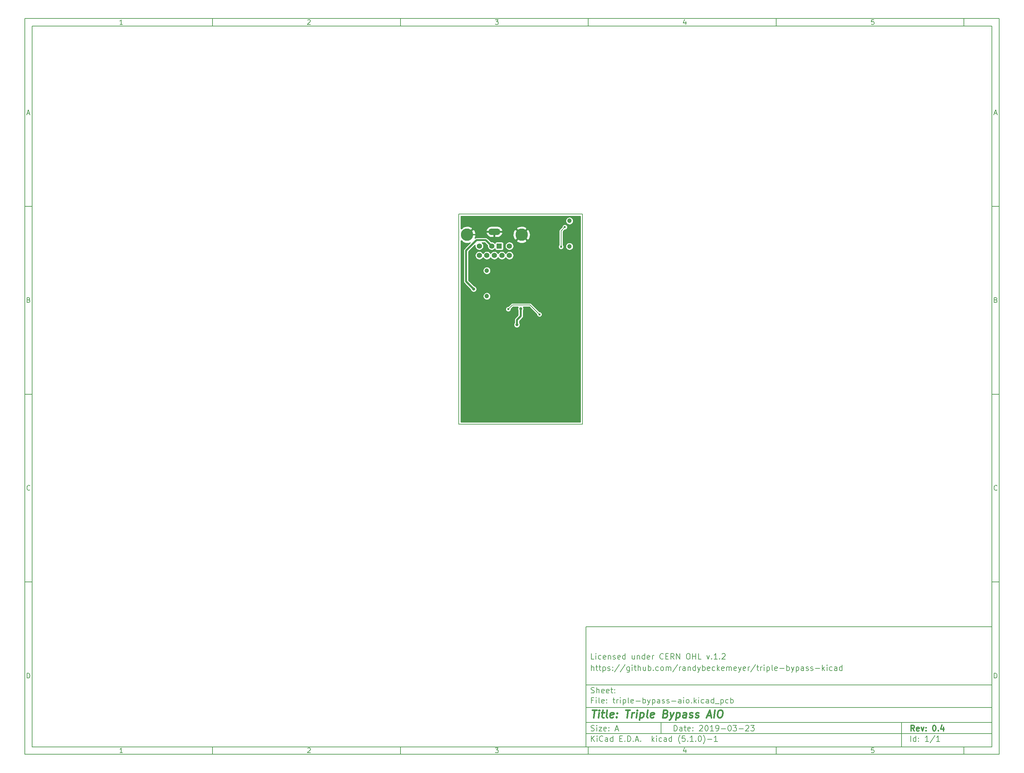
<source format=gbr>
G04 #@! TF.GenerationSoftware,KiCad,Pcbnew,(5.1.0)-1*
G04 #@! TF.CreationDate,2019-03-23T07:31:29-07:00*
G04 #@! TF.ProjectId,triple-bypass-aio,74726970-6c65-42d6-9279-706173732d61,0.4*
G04 #@! TF.SameCoordinates,Original*
G04 #@! TF.FileFunction,Copper,L2,Bot*
G04 #@! TF.FilePolarity,Positive*
%FSLAX46Y46*%
G04 Gerber Fmt 4.6, Leading zero omitted, Abs format (unit mm)*
G04 Created by KiCad (PCBNEW (5.1.0)-1) date 2019-03-23 07:31:29*
%MOMM*%
%LPD*%
G04 APERTURE LIST*
%ADD10C,0.100000*%
%ADD11C,0.150000*%
%ADD12C,0.300000*%
%ADD13C,0.400000*%
%ADD14C,0.200000*%
%ADD15C,0.203200*%
%ADD16C,3.300000*%
%ADD17C,1.408000*%
%ADD18R,1.408000X1.408000*%
%ADD19O,3.200000X1.700000*%
%ADD20C,1.200000*%
%ADD21C,0.812800*%
%ADD22C,0.609600*%
%ADD23C,0.304800*%
%ADD24C,0.177800*%
%ADD25C,0.508000*%
%ADD26C,0.254000*%
G04 APERTURE END LIST*
D10*
D11*
X159400000Y-171900000D02*
X159400000Y-203900000D01*
X267400000Y-203900000D01*
X267400000Y-171900000D01*
X159400000Y-171900000D01*
D10*
D11*
X10000000Y-10000000D02*
X10000000Y-205900000D01*
X269400000Y-205900000D01*
X269400000Y-10000000D01*
X10000000Y-10000000D01*
D10*
D11*
X12000000Y-12000000D02*
X12000000Y-203900000D01*
X267400000Y-203900000D01*
X267400000Y-12000000D01*
X12000000Y-12000000D01*
D10*
D11*
X60000000Y-12000000D02*
X60000000Y-10000000D01*
D10*
D11*
X110000000Y-12000000D02*
X110000000Y-10000000D01*
D10*
D11*
X160000000Y-12000000D02*
X160000000Y-10000000D01*
D10*
D11*
X210000000Y-12000000D02*
X210000000Y-10000000D01*
D10*
D11*
X260000000Y-12000000D02*
X260000000Y-10000000D01*
D10*
D11*
X36065476Y-11588095D02*
X35322619Y-11588095D01*
X35694047Y-11588095D02*
X35694047Y-10288095D01*
X35570238Y-10473809D01*
X35446428Y-10597619D01*
X35322619Y-10659523D01*
D10*
D11*
X85322619Y-10411904D02*
X85384523Y-10350000D01*
X85508333Y-10288095D01*
X85817857Y-10288095D01*
X85941666Y-10350000D01*
X86003571Y-10411904D01*
X86065476Y-10535714D01*
X86065476Y-10659523D01*
X86003571Y-10845238D01*
X85260714Y-11588095D01*
X86065476Y-11588095D01*
D10*
D11*
X135260714Y-10288095D02*
X136065476Y-10288095D01*
X135632142Y-10783333D01*
X135817857Y-10783333D01*
X135941666Y-10845238D01*
X136003571Y-10907142D01*
X136065476Y-11030952D01*
X136065476Y-11340476D01*
X136003571Y-11464285D01*
X135941666Y-11526190D01*
X135817857Y-11588095D01*
X135446428Y-11588095D01*
X135322619Y-11526190D01*
X135260714Y-11464285D01*
D10*
D11*
X185941666Y-10721428D02*
X185941666Y-11588095D01*
X185632142Y-10226190D02*
X185322619Y-11154761D01*
X186127380Y-11154761D01*
D10*
D11*
X236003571Y-10288095D02*
X235384523Y-10288095D01*
X235322619Y-10907142D01*
X235384523Y-10845238D01*
X235508333Y-10783333D01*
X235817857Y-10783333D01*
X235941666Y-10845238D01*
X236003571Y-10907142D01*
X236065476Y-11030952D01*
X236065476Y-11340476D01*
X236003571Y-11464285D01*
X235941666Y-11526190D01*
X235817857Y-11588095D01*
X235508333Y-11588095D01*
X235384523Y-11526190D01*
X235322619Y-11464285D01*
D10*
D11*
X60000000Y-203900000D02*
X60000000Y-205900000D01*
D10*
D11*
X110000000Y-203900000D02*
X110000000Y-205900000D01*
D10*
D11*
X160000000Y-203900000D02*
X160000000Y-205900000D01*
D10*
D11*
X210000000Y-203900000D02*
X210000000Y-205900000D01*
D10*
D11*
X260000000Y-203900000D02*
X260000000Y-205900000D01*
D10*
D11*
X36065476Y-205488095D02*
X35322619Y-205488095D01*
X35694047Y-205488095D02*
X35694047Y-204188095D01*
X35570238Y-204373809D01*
X35446428Y-204497619D01*
X35322619Y-204559523D01*
D10*
D11*
X85322619Y-204311904D02*
X85384523Y-204250000D01*
X85508333Y-204188095D01*
X85817857Y-204188095D01*
X85941666Y-204250000D01*
X86003571Y-204311904D01*
X86065476Y-204435714D01*
X86065476Y-204559523D01*
X86003571Y-204745238D01*
X85260714Y-205488095D01*
X86065476Y-205488095D01*
D10*
D11*
X135260714Y-204188095D02*
X136065476Y-204188095D01*
X135632142Y-204683333D01*
X135817857Y-204683333D01*
X135941666Y-204745238D01*
X136003571Y-204807142D01*
X136065476Y-204930952D01*
X136065476Y-205240476D01*
X136003571Y-205364285D01*
X135941666Y-205426190D01*
X135817857Y-205488095D01*
X135446428Y-205488095D01*
X135322619Y-205426190D01*
X135260714Y-205364285D01*
D10*
D11*
X185941666Y-204621428D02*
X185941666Y-205488095D01*
X185632142Y-204126190D02*
X185322619Y-205054761D01*
X186127380Y-205054761D01*
D10*
D11*
X236003571Y-204188095D02*
X235384523Y-204188095D01*
X235322619Y-204807142D01*
X235384523Y-204745238D01*
X235508333Y-204683333D01*
X235817857Y-204683333D01*
X235941666Y-204745238D01*
X236003571Y-204807142D01*
X236065476Y-204930952D01*
X236065476Y-205240476D01*
X236003571Y-205364285D01*
X235941666Y-205426190D01*
X235817857Y-205488095D01*
X235508333Y-205488095D01*
X235384523Y-205426190D01*
X235322619Y-205364285D01*
D10*
D11*
X10000000Y-60000000D02*
X12000000Y-60000000D01*
D10*
D11*
X10000000Y-110000000D02*
X12000000Y-110000000D01*
D10*
D11*
X10000000Y-160000000D02*
X12000000Y-160000000D01*
D10*
D11*
X10690476Y-35216666D02*
X11309523Y-35216666D01*
X10566666Y-35588095D02*
X11000000Y-34288095D01*
X11433333Y-35588095D01*
D10*
D11*
X11092857Y-84907142D02*
X11278571Y-84969047D01*
X11340476Y-85030952D01*
X11402380Y-85154761D01*
X11402380Y-85340476D01*
X11340476Y-85464285D01*
X11278571Y-85526190D01*
X11154761Y-85588095D01*
X10659523Y-85588095D01*
X10659523Y-84288095D01*
X11092857Y-84288095D01*
X11216666Y-84350000D01*
X11278571Y-84411904D01*
X11340476Y-84535714D01*
X11340476Y-84659523D01*
X11278571Y-84783333D01*
X11216666Y-84845238D01*
X11092857Y-84907142D01*
X10659523Y-84907142D01*
D10*
D11*
X11402380Y-135464285D02*
X11340476Y-135526190D01*
X11154761Y-135588095D01*
X11030952Y-135588095D01*
X10845238Y-135526190D01*
X10721428Y-135402380D01*
X10659523Y-135278571D01*
X10597619Y-135030952D01*
X10597619Y-134845238D01*
X10659523Y-134597619D01*
X10721428Y-134473809D01*
X10845238Y-134350000D01*
X11030952Y-134288095D01*
X11154761Y-134288095D01*
X11340476Y-134350000D01*
X11402380Y-134411904D01*
D10*
D11*
X10659523Y-185588095D02*
X10659523Y-184288095D01*
X10969047Y-184288095D01*
X11154761Y-184350000D01*
X11278571Y-184473809D01*
X11340476Y-184597619D01*
X11402380Y-184845238D01*
X11402380Y-185030952D01*
X11340476Y-185278571D01*
X11278571Y-185402380D01*
X11154761Y-185526190D01*
X10969047Y-185588095D01*
X10659523Y-185588095D01*
D10*
D11*
X269400000Y-60000000D02*
X267400000Y-60000000D01*
D10*
D11*
X269400000Y-110000000D02*
X267400000Y-110000000D01*
D10*
D11*
X269400000Y-160000000D02*
X267400000Y-160000000D01*
D10*
D11*
X268090476Y-35216666D02*
X268709523Y-35216666D01*
X267966666Y-35588095D02*
X268400000Y-34288095D01*
X268833333Y-35588095D01*
D10*
D11*
X268492857Y-84907142D02*
X268678571Y-84969047D01*
X268740476Y-85030952D01*
X268802380Y-85154761D01*
X268802380Y-85340476D01*
X268740476Y-85464285D01*
X268678571Y-85526190D01*
X268554761Y-85588095D01*
X268059523Y-85588095D01*
X268059523Y-84288095D01*
X268492857Y-84288095D01*
X268616666Y-84350000D01*
X268678571Y-84411904D01*
X268740476Y-84535714D01*
X268740476Y-84659523D01*
X268678571Y-84783333D01*
X268616666Y-84845238D01*
X268492857Y-84907142D01*
X268059523Y-84907142D01*
D10*
D11*
X268802380Y-135464285D02*
X268740476Y-135526190D01*
X268554761Y-135588095D01*
X268430952Y-135588095D01*
X268245238Y-135526190D01*
X268121428Y-135402380D01*
X268059523Y-135278571D01*
X267997619Y-135030952D01*
X267997619Y-134845238D01*
X268059523Y-134597619D01*
X268121428Y-134473809D01*
X268245238Y-134350000D01*
X268430952Y-134288095D01*
X268554761Y-134288095D01*
X268740476Y-134350000D01*
X268802380Y-134411904D01*
D10*
D11*
X268059523Y-185588095D02*
X268059523Y-184288095D01*
X268369047Y-184288095D01*
X268554761Y-184350000D01*
X268678571Y-184473809D01*
X268740476Y-184597619D01*
X268802380Y-184845238D01*
X268802380Y-185030952D01*
X268740476Y-185278571D01*
X268678571Y-185402380D01*
X268554761Y-185526190D01*
X268369047Y-185588095D01*
X268059523Y-185588095D01*
D10*
D11*
X182832142Y-199678571D02*
X182832142Y-198178571D01*
X183189285Y-198178571D01*
X183403571Y-198250000D01*
X183546428Y-198392857D01*
X183617857Y-198535714D01*
X183689285Y-198821428D01*
X183689285Y-199035714D01*
X183617857Y-199321428D01*
X183546428Y-199464285D01*
X183403571Y-199607142D01*
X183189285Y-199678571D01*
X182832142Y-199678571D01*
X184975000Y-199678571D02*
X184975000Y-198892857D01*
X184903571Y-198750000D01*
X184760714Y-198678571D01*
X184475000Y-198678571D01*
X184332142Y-198750000D01*
X184975000Y-199607142D02*
X184832142Y-199678571D01*
X184475000Y-199678571D01*
X184332142Y-199607142D01*
X184260714Y-199464285D01*
X184260714Y-199321428D01*
X184332142Y-199178571D01*
X184475000Y-199107142D01*
X184832142Y-199107142D01*
X184975000Y-199035714D01*
X185475000Y-198678571D02*
X186046428Y-198678571D01*
X185689285Y-198178571D02*
X185689285Y-199464285D01*
X185760714Y-199607142D01*
X185903571Y-199678571D01*
X186046428Y-199678571D01*
X187117857Y-199607142D02*
X186975000Y-199678571D01*
X186689285Y-199678571D01*
X186546428Y-199607142D01*
X186475000Y-199464285D01*
X186475000Y-198892857D01*
X186546428Y-198750000D01*
X186689285Y-198678571D01*
X186975000Y-198678571D01*
X187117857Y-198750000D01*
X187189285Y-198892857D01*
X187189285Y-199035714D01*
X186475000Y-199178571D01*
X187832142Y-199535714D02*
X187903571Y-199607142D01*
X187832142Y-199678571D01*
X187760714Y-199607142D01*
X187832142Y-199535714D01*
X187832142Y-199678571D01*
X187832142Y-198750000D02*
X187903571Y-198821428D01*
X187832142Y-198892857D01*
X187760714Y-198821428D01*
X187832142Y-198750000D01*
X187832142Y-198892857D01*
X189617857Y-198321428D02*
X189689285Y-198250000D01*
X189832142Y-198178571D01*
X190189285Y-198178571D01*
X190332142Y-198250000D01*
X190403571Y-198321428D01*
X190475000Y-198464285D01*
X190475000Y-198607142D01*
X190403571Y-198821428D01*
X189546428Y-199678571D01*
X190475000Y-199678571D01*
X191403571Y-198178571D02*
X191546428Y-198178571D01*
X191689285Y-198250000D01*
X191760714Y-198321428D01*
X191832142Y-198464285D01*
X191903571Y-198750000D01*
X191903571Y-199107142D01*
X191832142Y-199392857D01*
X191760714Y-199535714D01*
X191689285Y-199607142D01*
X191546428Y-199678571D01*
X191403571Y-199678571D01*
X191260714Y-199607142D01*
X191189285Y-199535714D01*
X191117857Y-199392857D01*
X191046428Y-199107142D01*
X191046428Y-198750000D01*
X191117857Y-198464285D01*
X191189285Y-198321428D01*
X191260714Y-198250000D01*
X191403571Y-198178571D01*
X193332142Y-199678571D02*
X192475000Y-199678571D01*
X192903571Y-199678571D02*
X192903571Y-198178571D01*
X192760714Y-198392857D01*
X192617857Y-198535714D01*
X192475000Y-198607142D01*
X194046428Y-199678571D02*
X194332142Y-199678571D01*
X194475000Y-199607142D01*
X194546428Y-199535714D01*
X194689285Y-199321428D01*
X194760714Y-199035714D01*
X194760714Y-198464285D01*
X194689285Y-198321428D01*
X194617857Y-198250000D01*
X194475000Y-198178571D01*
X194189285Y-198178571D01*
X194046428Y-198250000D01*
X193975000Y-198321428D01*
X193903571Y-198464285D01*
X193903571Y-198821428D01*
X193975000Y-198964285D01*
X194046428Y-199035714D01*
X194189285Y-199107142D01*
X194475000Y-199107142D01*
X194617857Y-199035714D01*
X194689285Y-198964285D01*
X194760714Y-198821428D01*
X195403571Y-199107142D02*
X196546428Y-199107142D01*
X197546428Y-198178571D02*
X197689285Y-198178571D01*
X197832142Y-198250000D01*
X197903571Y-198321428D01*
X197975000Y-198464285D01*
X198046428Y-198750000D01*
X198046428Y-199107142D01*
X197975000Y-199392857D01*
X197903571Y-199535714D01*
X197832142Y-199607142D01*
X197689285Y-199678571D01*
X197546428Y-199678571D01*
X197403571Y-199607142D01*
X197332142Y-199535714D01*
X197260714Y-199392857D01*
X197189285Y-199107142D01*
X197189285Y-198750000D01*
X197260714Y-198464285D01*
X197332142Y-198321428D01*
X197403571Y-198250000D01*
X197546428Y-198178571D01*
X198546428Y-198178571D02*
X199475000Y-198178571D01*
X198975000Y-198750000D01*
X199189285Y-198750000D01*
X199332142Y-198821428D01*
X199403571Y-198892857D01*
X199475000Y-199035714D01*
X199475000Y-199392857D01*
X199403571Y-199535714D01*
X199332142Y-199607142D01*
X199189285Y-199678571D01*
X198760714Y-199678571D01*
X198617857Y-199607142D01*
X198546428Y-199535714D01*
X200117857Y-199107142D02*
X201260714Y-199107142D01*
X201903571Y-198321428D02*
X201975000Y-198250000D01*
X202117857Y-198178571D01*
X202475000Y-198178571D01*
X202617857Y-198250000D01*
X202689285Y-198321428D01*
X202760714Y-198464285D01*
X202760714Y-198607142D01*
X202689285Y-198821428D01*
X201832142Y-199678571D01*
X202760714Y-199678571D01*
X203260714Y-198178571D02*
X204189285Y-198178571D01*
X203689285Y-198750000D01*
X203903571Y-198750000D01*
X204046428Y-198821428D01*
X204117857Y-198892857D01*
X204189285Y-199035714D01*
X204189285Y-199392857D01*
X204117857Y-199535714D01*
X204046428Y-199607142D01*
X203903571Y-199678571D01*
X203475000Y-199678571D01*
X203332142Y-199607142D01*
X203260714Y-199535714D01*
D10*
D11*
X159400000Y-200400000D02*
X267400000Y-200400000D01*
D10*
D11*
X160832142Y-202478571D02*
X160832142Y-200978571D01*
X161689285Y-202478571D02*
X161046428Y-201621428D01*
X161689285Y-200978571D02*
X160832142Y-201835714D01*
X162332142Y-202478571D02*
X162332142Y-201478571D01*
X162332142Y-200978571D02*
X162260714Y-201050000D01*
X162332142Y-201121428D01*
X162403571Y-201050000D01*
X162332142Y-200978571D01*
X162332142Y-201121428D01*
X163903571Y-202335714D02*
X163832142Y-202407142D01*
X163617857Y-202478571D01*
X163475000Y-202478571D01*
X163260714Y-202407142D01*
X163117857Y-202264285D01*
X163046428Y-202121428D01*
X162975000Y-201835714D01*
X162975000Y-201621428D01*
X163046428Y-201335714D01*
X163117857Y-201192857D01*
X163260714Y-201050000D01*
X163475000Y-200978571D01*
X163617857Y-200978571D01*
X163832142Y-201050000D01*
X163903571Y-201121428D01*
X165189285Y-202478571D02*
X165189285Y-201692857D01*
X165117857Y-201550000D01*
X164975000Y-201478571D01*
X164689285Y-201478571D01*
X164546428Y-201550000D01*
X165189285Y-202407142D02*
X165046428Y-202478571D01*
X164689285Y-202478571D01*
X164546428Y-202407142D01*
X164475000Y-202264285D01*
X164475000Y-202121428D01*
X164546428Y-201978571D01*
X164689285Y-201907142D01*
X165046428Y-201907142D01*
X165189285Y-201835714D01*
X166546428Y-202478571D02*
X166546428Y-200978571D01*
X166546428Y-202407142D02*
X166403571Y-202478571D01*
X166117857Y-202478571D01*
X165975000Y-202407142D01*
X165903571Y-202335714D01*
X165832142Y-202192857D01*
X165832142Y-201764285D01*
X165903571Y-201621428D01*
X165975000Y-201550000D01*
X166117857Y-201478571D01*
X166403571Y-201478571D01*
X166546428Y-201550000D01*
X168403571Y-201692857D02*
X168903571Y-201692857D01*
X169117857Y-202478571D02*
X168403571Y-202478571D01*
X168403571Y-200978571D01*
X169117857Y-200978571D01*
X169760714Y-202335714D02*
X169832142Y-202407142D01*
X169760714Y-202478571D01*
X169689285Y-202407142D01*
X169760714Y-202335714D01*
X169760714Y-202478571D01*
X170475000Y-202478571D02*
X170475000Y-200978571D01*
X170832142Y-200978571D01*
X171046428Y-201050000D01*
X171189285Y-201192857D01*
X171260714Y-201335714D01*
X171332142Y-201621428D01*
X171332142Y-201835714D01*
X171260714Y-202121428D01*
X171189285Y-202264285D01*
X171046428Y-202407142D01*
X170832142Y-202478571D01*
X170475000Y-202478571D01*
X171975000Y-202335714D02*
X172046428Y-202407142D01*
X171975000Y-202478571D01*
X171903571Y-202407142D01*
X171975000Y-202335714D01*
X171975000Y-202478571D01*
X172617857Y-202050000D02*
X173332142Y-202050000D01*
X172475000Y-202478571D02*
X172975000Y-200978571D01*
X173475000Y-202478571D01*
X173975000Y-202335714D02*
X174046428Y-202407142D01*
X173975000Y-202478571D01*
X173903571Y-202407142D01*
X173975000Y-202335714D01*
X173975000Y-202478571D01*
X176975000Y-202478571D02*
X176975000Y-200978571D01*
X177117857Y-201907142D02*
X177546428Y-202478571D01*
X177546428Y-201478571D02*
X176975000Y-202050000D01*
X178189285Y-202478571D02*
X178189285Y-201478571D01*
X178189285Y-200978571D02*
X178117857Y-201050000D01*
X178189285Y-201121428D01*
X178260714Y-201050000D01*
X178189285Y-200978571D01*
X178189285Y-201121428D01*
X179546428Y-202407142D02*
X179403571Y-202478571D01*
X179117857Y-202478571D01*
X178975000Y-202407142D01*
X178903571Y-202335714D01*
X178832142Y-202192857D01*
X178832142Y-201764285D01*
X178903571Y-201621428D01*
X178975000Y-201550000D01*
X179117857Y-201478571D01*
X179403571Y-201478571D01*
X179546428Y-201550000D01*
X180832142Y-202478571D02*
X180832142Y-201692857D01*
X180760714Y-201550000D01*
X180617857Y-201478571D01*
X180332142Y-201478571D01*
X180189285Y-201550000D01*
X180832142Y-202407142D02*
X180689285Y-202478571D01*
X180332142Y-202478571D01*
X180189285Y-202407142D01*
X180117857Y-202264285D01*
X180117857Y-202121428D01*
X180189285Y-201978571D01*
X180332142Y-201907142D01*
X180689285Y-201907142D01*
X180832142Y-201835714D01*
X182189285Y-202478571D02*
X182189285Y-200978571D01*
X182189285Y-202407142D02*
X182046428Y-202478571D01*
X181760714Y-202478571D01*
X181617857Y-202407142D01*
X181546428Y-202335714D01*
X181475000Y-202192857D01*
X181475000Y-201764285D01*
X181546428Y-201621428D01*
X181617857Y-201550000D01*
X181760714Y-201478571D01*
X182046428Y-201478571D01*
X182189285Y-201550000D01*
X184475000Y-203050000D02*
X184403571Y-202978571D01*
X184260714Y-202764285D01*
X184189285Y-202621428D01*
X184117857Y-202407142D01*
X184046428Y-202050000D01*
X184046428Y-201764285D01*
X184117857Y-201407142D01*
X184189285Y-201192857D01*
X184260714Y-201050000D01*
X184403571Y-200835714D01*
X184475000Y-200764285D01*
X185760714Y-200978571D02*
X185046428Y-200978571D01*
X184975000Y-201692857D01*
X185046428Y-201621428D01*
X185189285Y-201550000D01*
X185546428Y-201550000D01*
X185689285Y-201621428D01*
X185760714Y-201692857D01*
X185832142Y-201835714D01*
X185832142Y-202192857D01*
X185760714Y-202335714D01*
X185689285Y-202407142D01*
X185546428Y-202478571D01*
X185189285Y-202478571D01*
X185046428Y-202407142D01*
X184975000Y-202335714D01*
X186475000Y-202335714D02*
X186546428Y-202407142D01*
X186475000Y-202478571D01*
X186403571Y-202407142D01*
X186475000Y-202335714D01*
X186475000Y-202478571D01*
X187975000Y-202478571D02*
X187117857Y-202478571D01*
X187546428Y-202478571D02*
X187546428Y-200978571D01*
X187403571Y-201192857D01*
X187260714Y-201335714D01*
X187117857Y-201407142D01*
X188617857Y-202335714D02*
X188689285Y-202407142D01*
X188617857Y-202478571D01*
X188546428Y-202407142D01*
X188617857Y-202335714D01*
X188617857Y-202478571D01*
X189617857Y-200978571D02*
X189760714Y-200978571D01*
X189903571Y-201050000D01*
X189975000Y-201121428D01*
X190046428Y-201264285D01*
X190117857Y-201550000D01*
X190117857Y-201907142D01*
X190046428Y-202192857D01*
X189975000Y-202335714D01*
X189903571Y-202407142D01*
X189760714Y-202478571D01*
X189617857Y-202478571D01*
X189475000Y-202407142D01*
X189403571Y-202335714D01*
X189332142Y-202192857D01*
X189260714Y-201907142D01*
X189260714Y-201550000D01*
X189332142Y-201264285D01*
X189403571Y-201121428D01*
X189475000Y-201050000D01*
X189617857Y-200978571D01*
X190617857Y-203050000D02*
X190689285Y-202978571D01*
X190832142Y-202764285D01*
X190903571Y-202621428D01*
X190975000Y-202407142D01*
X191046428Y-202050000D01*
X191046428Y-201764285D01*
X190975000Y-201407142D01*
X190903571Y-201192857D01*
X190832142Y-201050000D01*
X190689285Y-200835714D01*
X190617857Y-200764285D01*
X191760714Y-201907142D02*
X192903571Y-201907142D01*
X194403571Y-202478571D02*
X193546428Y-202478571D01*
X193975000Y-202478571D02*
X193975000Y-200978571D01*
X193832142Y-201192857D01*
X193689285Y-201335714D01*
X193546428Y-201407142D01*
D10*
D11*
X159400000Y-197400000D02*
X267400000Y-197400000D01*
D10*
D12*
X246809285Y-199678571D02*
X246309285Y-198964285D01*
X245952142Y-199678571D02*
X245952142Y-198178571D01*
X246523571Y-198178571D01*
X246666428Y-198250000D01*
X246737857Y-198321428D01*
X246809285Y-198464285D01*
X246809285Y-198678571D01*
X246737857Y-198821428D01*
X246666428Y-198892857D01*
X246523571Y-198964285D01*
X245952142Y-198964285D01*
X248023571Y-199607142D02*
X247880714Y-199678571D01*
X247595000Y-199678571D01*
X247452142Y-199607142D01*
X247380714Y-199464285D01*
X247380714Y-198892857D01*
X247452142Y-198750000D01*
X247595000Y-198678571D01*
X247880714Y-198678571D01*
X248023571Y-198750000D01*
X248095000Y-198892857D01*
X248095000Y-199035714D01*
X247380714Y-199178571D01*
X248595000Y-198678571D02*
X248952142Y-199678571D01*
X249309285Y-198678571D01*
X249880714Y-199535714D02*
X249952142Y-199607142D01*
X249880714Y-199678571D01*
X249809285Y-199607142D01*
X249880714Y-199535714D01*
X249880714Y-199678571D01*
X249880714Y-198750000D02*
X249952142Y-198821428D01*
X249880714Y-198892857D01*
X249809285Y-198821428D01*
X249880714Y-198750000D01*
X249880714Y-198892857D01*
X252023571Y-198178571D02*
X252166428Y-198178571D01*
X252309285Y-198250000D01*
X252380714Y-198321428D01*
X252452142Y-198464285D01*
X252523571Y-198750000D01*
X252523571Y-199107142D01*
X252452142Y-199392857D01*
X252380714Y-199535714D01*
X252309285Y-199607142D01*
X252166428Y-199678571D01*
X252023571Y-199678571D01*
X251880714Y-199607142D01*
X251809285Y-199535714D01*
X251737857Y-199392857D01*
X251666428Y-199107142D01*
X251666428Y-198750000D01*
X251737857Y-198464285D01*
X251809285Y-198321428D01*
X251880714Y-198250000D01*
X252023571Y-198178571D01*
X253166428Y-199535714D02*
X253237857Y-199607142D01*
X253166428Y-199678571D01*
X253095000Y-199607142D01*
X253166428Y-199535714D01*
X253166428Y-199678571D01*
X254523571Y-198678571D02*
X254523571Y-199678571D01*
X254166428Y-198107142D02*
X253809285Y-199178571D01*
X254737857Y-199178571D01*
D10*
D11*
X160760714Y-199607142D02*
X160975000Y-199678571D01*
X161332142Y-199678571D01*
X161475000Y-199607142D01*
X161546428Y-199535714D01*
X161617857Y-199392857D01*
X161617857Y-199250000D01*
X161546428Y-199107142D01*
X161475000Y-199035714D01*
X161332142Y-198964285D01*
X161046428Y-198892857D01*
X160903571Y-198821428D01*
X160832142Y-198750000D01*
X160760714Y-198607142D01*
X160760714Y-198464285D01*
X160832142Y-198321428D01*
X160903571Y-198250000D01*
X161046428Y-198178571D01*
X161403571Y-198178571D01*
X161617857Y-198250000D01*
X162260714Y-199678571D02*
X162260714Y-198678571D01*
X162260714Y-198178571D02*
X162189285Y-198250000D01*
X162260714Y-198321428D01*
X162332142Y-198250000D01*
X162260714Y-198178571D01*
X162260714Y-198321428D01*
X162832142Y-198678571D02*
X163617857Y-198678571D01*
X162832142Y-199678571D01*
X163617857Y-199678571D01*
X164760714Y-199607142D02*
X164617857Y-199678571D01*
X164332142Y-199678571D01*
X164189285Y-199607142D01*
X164117857Y-199464285D01*
X164117857Y-198892857D01*
X164189285Y-198750000D01*
X164332142Y-198678571D01*
X164617857Y-198678571D01*
X164760714Y-198750000D01*
X164832142Y-198892857D01*
X164832142Y-199035714D01*
X164117857Y-199178571D01*
X165475000Y-199535714D02*
X165546428Y-199607142D01*
X165475000Y-199678571D01*
X165403571Y-199607142D01*
X165475000Y-199535714D01*
X165475000Y-199678571D01*
X165475000Y-198750000D02*
X165546428Y-198821428D01*
X165475000Y-198892857D01*
X165403571Y-198821428D01*
X165475000Y-198750000D01*
X165475000Y-198892857D01*
X167260714Y-199250000D02*
X167975000Y-199250000D01*
X167117857Y-199678571D02*
X167617857Y-198178571D01*
X168117857Y-199678571D01*
D10*
D11*
X245832142Y-202478571D02*
X245832142Y-200978571D01*
X247189285Y-202478571D02*
X247189285Y-200978571D01*
X247189285Y-202407142D02*
X247046428Y-202478571D01*
X246760714Y-202478571D01*
X246617857Y-202407142D01*
X246546428Y-202335714D01*
X246475000Y-202192857D01*
X246475000Y-201764285D01*
X246546428Y-201621428D01*
X246617857Y-201550000D01*
X246760714Y-201478571D01*
X247046428Y-201478571D01*
X247189285Y-201550000D01*
X247903571Y-202335714D02*
X247975000Y-202407142D01*
X247903571Y-202478571D01*
X247832142Y-202407142D01*
X247903571Y-202335714D01*
X247903571Y-202478571D01*
X247903571Y-201550000D02*
X247975000Y-201621428D01*
X247903571Y-201692857D01*
X247832142Y-201621428D01*
X247903571Y-201550000D01*
X247903571Y-201692857D01*
X250546428Y-202478571D02*
X249689285Y-202478571D01*
X250117857Y-202478571D02*
X250117857Y-200978571D01*
X249975000Y-201192857D01*
X249832142Y-201335714D01*
X249689285Y-201407142D01*
X252260714Y-200907142D02*
X250975000Y-202835714D01*
X253546428Y-202478571D02*
X252689285Y-202478571D01*
X253117857Y-202478571D02*
X253117857Y-200978571D01*
X252975000Y-201192857D01*
X252832142Y-201335714D01*
X252689285Y-201407142D01*
D10*
D11*
X159400000Y-193400000D02*
X267400000Y-193400000D01*
D10*
D13*
X161112380Y-194104761D02*
X162255238Y-194104761D01*
X161433809Y-196104761D02*
X161683809Y-194104761D01*
X162671904Y-196104761D02*
X162838571Y-194771428D01*
X162921904Y-194104761D02*
X162814761Y-194200000D01*
X162898095Y-194295238D01*
X163005238Y-194200000D01*
X162921904Y-194104761D01*
X162898095Y-194295238D01*
X163505238Y-194771428D02*
X164267142Y-194771428D01*
X163874285Y-194104761D02*
X163660000Y-195819047D01*
X163731428Y-196009523D01*
X163910000Y-196104761D01*
X164100476Y-196104761D01*
X165052857Y-196104761D02*
X164874285Y-196009523D01*
X164802857Y-195819047D01*
X165017142Y-194104761D01*
X166588571Y-196009523D02*
X166386190Y-196104761D01*
X166005238Y-196104761D01*
X165826666Y-196009523D01*
X165755238Y-195819047D01*
X165850476Y-195057142D01*
X165969523Y-194866666D01*
X166171904Y-194771428D01*
X166552857Y-194771428D01*
X166731428Y-194866666D01*
X166802857Y-195057142D01*
X166779047Y-195247619D01*
X165802857Y-195438095D01*
X167552857Y-195914285D02*
X167636190Y-196009523D01*
X167529047Y-196104761D01*
X167445714Y-196009523D01*
X167552857Y-195914285D01*
X167529047Y-196104761D01*
X167683809Y-194866666D02*
X167767142Y-194961904D01*
X167660000Y-195057142D01*
X167576666Y-194961904D01*
X167683809Y-194866666D01*
X167660000Y-195057142D01*
X169969523Y-194104761D02*
X171112380Y-194104761D01*
X170290952Y-196104761D02*
X170540952Y-194104761D01*
X171529047Y-196104761D02*
X171695714Y-194771428D01*
X171648095Y-195152380D02*
X171767142Y-194961904D01*
X171874285Y-194866666D01*
X172076666Y-194771428D01*
X172267142Y-194771428D01*
X172767142Y-196104761D02*
X172933809Y-194771428D01*
X173017142Y-194104761D02*
X172910000Y-194200000D01*
X172993333Y-194295238D01*
X173100476Y-194200000D01*
X173017142Y-194104761D01*
X172993333Y-194295238D01*
X173886190Y-194771428D02*
X173636190Y-196771428D01*
X173874285Y-194866666D02*
X174076666Y-194771428D01*
X174457619Y-194771428D01*
X174636190Y-194866666D01*
X174719523Y-194961904D01*
X174790952Y-195152380D01*
X174719523Y-195723809D01*
X174600476Y-195914285D01*
X174493333Y-196009523D01*
X174290952Y-196104761D01*
X173910000Y-196104761D01*
X173731428Y-196009523D01*
X175814761Y-196104761D02*
X175636190Y-196009523D01*
X175564761Y-195819047D01*
X175779047Y-194104761D01*
X177350476Y-196009523D02*
X177148095Y-196104761D01*
X176767142Y-196104761D01*
X176588571Y-196009523D01*
X176517142Y-195819047D01*
X176612380Y-195057142D01*
X176731428Y-194866666D01*
X176933809Y-194771428D01*
X177314761Y-194771428D01*
X177493333Y-194866666D01*
X177564761Y-195057142D01*
X177540952Y-195247619D01*
X176564761Y-195438095D01*
X180612380Y-195057142D02*
X180886190Y-195152380D01*
X180969523Y-195247619D01*
X181040952Y-195438095D01*
X181005238Y-195723809D01*
X180886190Y-195914285D01*
X180779047Y-196009523D01*
X180576666Y-196104761D01*
X179814761Y-196104761D01*
X180064761Y-194104761D01*
X180731428Y-194104761D01*
X180910000Y-194200000D01*
X180993333Y-194295238D01*
X181064761Y-194485714D01*
X181040952Y-194676190D01*
X180921904Y-194866666D01*
X180814761Y-194961904D01*
X180612380Y-195057142D01*
X179945714Y-195057142D01*
X181790952Y-194771428D02*
X182100476Y-196104761D01*
X182743333Y-194771428D02*
X182100476Y-196104761D01*
X181850476Y-196580952D01*
X181743333Y-196676190D01*
X181540952Y-196771428D01*
X183505238Y-194771428D02*
X183255238Y-196771428D01*
X183493333Y-194866666D02*
X183695714Y-194771428D01*
X184076666Y-194771428D01*
X184255238Y-194866666D01*
X184338571Y-194961904D01*
X184410000Y-195152380D01*
X184338571Y-195723809D01*
X184219523Y-195914285D01*
X184112380Y-196009523D01*
X183910000Y-196104761D01*
X183529047Y-196104761D01*
X183350476Y-196009523D01*
X186005238Y-196104761D02*
X186136190Y-195057142D01*
X186064761Y-194866666D01*
X185886190Y-194771428D01*
X185505238Y-194771428D01*
X185302857Y-194866666D01*
X186017142Y-196009523D02*
X185814761Y-196104761D01*
X185338571Y-196104761D01*
X185160000Y-196009523D01*
X185088571Y-195819047D01*
X185112380Y-195628571D01*
X185231428Y-195438095D01*
X185433809Y-195342857D01*
X185910000Y-195342857D01*
X186112380Y-195247619D01*
X186874285Y-196009523D02*
X187052857Y-196104761D01*
X187433809Y-196104761D01*
X187636190Y-196009523D01*
X187755238Y-195819047D01*
X187767142Y-195723809D01*
X187695714Y-195533333D01*
X187517142Y-195438095D01*
X187231428Y-195438095D01*
X187052857Y-195342857D01*
X186981428Y-195152380D01*
X186993333Y-195057142D01*
X187112380Y-194866666D01*
X187314761Y-194771428D01*
X187600476Y-194771428D01*
X187779047Y-194866666D01*
X188493333Y-196009523D02*
X188671904Y-196104761D01*
X189052857Y-196104761D01*
X189255238Y-196009523D01*
X189374285Y-195819047D01*
X189386190Y-195723809D01*
X189314761Y-195533333D01*
X189136190Y-195438095D01*
X188850476Y-195438095D01*
X188671904Y-195342857D01*
X188600476Y-195152380D01*
X188612380Y-195057142D01*
X188731428Y-194866666D01*
X188933809Y-194771428D01*
X189219523Y-194771428D01*
X189398095Y-194866666D01*
X191695714Y-195533333D02*
X192648095Y-195533333D01*
X191433809Y-196104761D02*
X192350476Y-194104761D01*
X192767142Y-196104761D01*
X193433809Y-196104761D02*
X193683809Y-194104761D01*
X195017142Y-194104761D02*
X195398095Y-194104761D01*
X195576666Y-194200000D01*
X195743333Y-194390476D01*
X195790952Y-194771428D01*
X195707619Y-195438095D01*
X195564761Y-195819047D01*
X195350476Y-196009523D01*
X195148095Y-196104761D01*
X194767142Y-196104761D01*
X194588571Y-196009523D01*
X194421904Y-195819047D01*
X194374285Y-195438095D01*
X194457619Y-194771428D01*
X194600476Y-194390476D01*
X194814761Y-194200000D01*
X195017142Y-194104761D01*
D10*
D11*
X161332142Y-191492857D02*
X160832142Y-191492857D01*
X160832142Y-192278571D02*
X160832142Y-190778571D01*
X161546428Y-190778571D01*
X162117857Y-192278571D02*
X162117857Y-191278571D01*
X162117857Y-190778571D02*
X162046428Y-190850000D01*
X162117857Y-190921428D01*
X162189285Y-190850000D01*
X162117857Y-190778571D01*
X162117857Y-190921428D01*
X163046428Y-192278571D02*
X162903571Y-192207142D01*
X162832142Y-192064285D01*
X162832142Y-190778571D01*
X164189285Y-192207142D02*
X164046428Y-192278571D01*
X163760714Y-192278571D01*
X163617857Y-192207142D01*
X163546428Y-192064285D01*
X163546428Y-191492857D01*
X163617857Y-191350000D01*
X163760714Y-191278571D01*
X164046428Y-191278571D01*
X164189285Y-191350000D01*
X164260714Y-191492857D01*
X164260714Y-191635714D01*
X163546428Y-191778571D01*
X164903571Y-192135714D02*
X164975000Y-192207142D01*
X164903571Y-192278571D01*
X164832142Y-192207142D01*
X164903571Y-192135714D01*
X164903571Y-192278571D01*
X164903571Y-191350000D02*
X164975000Y-191421428D01*
X164903571Y-191492857D01*
X164832142Y-191421428D01*
X164903571Y-191350000D01*
X164903571Y-191492857D01*
X166546428Y-191278571D02*
X167117857Y-191278571D01*
X166760714Y-190778571D02*
X166760714Y-192064285D01*
X166832142Y-192207142D01*
X166975000Y-192278571D01*
X167117857Y-192278571D01*
X167617857Y-192278571D02*
X167617857Y-191278571D01*
X167617857Y-191564285D02*
X167689285Y-191421428D01*
X167760714Y-191350000D01*
X167903571Y-191278571D01*
X168046428Y-191278571D01*
X168546428Y-192278571D02*
X168546428Y-191278571D01*
X168546428Y-190778571D02*
X168475000Y-190850000D01*
X168546428Y-190921428D01*
X168617857Y-190850000D01*
X168546428Y-190778571D01*
X168546428Y-190921428D01*
X169260714Y-191278571D02*
X169260714Y-192778571D01*
X169260714Y-191350000D02*
X169403571Y-191278571D01*
X169689285Y-191278571D01*
X169832142Y-191350000D01*
X169903571Y-191421428D01*
X169975000Y-191564285D01*
X169975000Y-191992857D01*
X169903571Y-192135714D01*
X169832142Y-192207142D01*
X169689285Y-192278571D01*
X169403571Y-192278571D01*
X169260714Y-192207142D01*
X170832142Y-192278571D02*
X170689285Y-192207142D01*
X170617857Y-192064285D01*
X170617857Y-190778571D01*
X171975000Y-192207142D02*
X171832142Y-192278571D01*
X171546428Y-192278571D01*
X171403571Y-192207142D01*
X171332142Y-192064285D01*
X171332142Y-191492857D01*
X171403571Y-191350000D01*
X171546428Y-191278571D01*
X171832142Y-191278571D01*
X171975000Y-191350000D01*
X172046428Y-191492857D01*
X172046428Y-191635714D01*
X171332142Y-191778571D01*
X172689285Y-191707142D02*
X173832142Y-191707142D01*
X174546428Y-192278571D02*
X174546428Y-190778571D01*
X174546428Y-191350000D02*
X174689285Y-191278571D01*
X174975000Y-191278571D01*
X175117857Y-191350000D01*
X175189285Y-191421428D01*
X175260714Y-191564285D01*
X175260714Y-191992857D01*
X175189285Y-192135714D01*
X175117857Y-192207142D01*
X174975000Y-192278571D01*
X174689285Y-192278571D01*
X174546428Y-192207142D01*
X175760714Y-191278571D02*
X176117857Y-192278571D01*
X176475000Y-191278571D02*
X176117857Y-192278571D01*
X175975000Y-192635714D01*
X175903571Y-192707142D01*
X175760714Y-192778571D01*
X177046428Y-191278571D02*
X177046428Y-192778571D01*
X177046428Y-191350000D02*
X177189285Y-191278571D01*
X177475000Y-191278571D01*
X177617857Y-191350000D01*
X177689285Y-191421428D01*
X177760714Y-191564285D01*
X177760714Y-191992857D01*
X177689285Y-192135714D01*
X177617857Y-192207142D01*
X177475000Y-192278571D01*
X177189285Y-192278571D01*
X177046428Y-192207142D01*
X179046428Y-192278571D02*
X179046428Y-191492857D01*
X178975000Y-191350000D01*
X178832142Y-191278571D01*
X178546428Y-191278571D01*
X178403571Y-191350000D01*
X179046428Y-192207142D02*
X178903571Y-192278571D01*
X178546428Y-192278571D01*
X178403571Y-192207142D01*
X178332142Y-192064285D01*
X178332142Y-191921428D01*
X178403571Y-191778571D01*
X178546428Y-191707142D01*
X178903571Y-191707142D01*
X179046428Y-191635714D01*
X179689285Y-192207142D02*
X179832142Y-192278571D01*
X180117857Y-192278571D01*
X180260714Y-192207142D01*
X180332142Y-192064285D01*
X180332142Y-191992857D01*
X180260714Y-191850000D01*
X180117857Y-191778571D01*
X179903571Y-191778571D01*
X179760714Y-191707142D01*
X179689285Y-191564285D01*
X179689285Y-191492857D01*
X179760714Y-191350000D01*
X179903571Y-191278571D01*
X180117857Y-191278571D01*
X180260714Y-191350000D01*
X180903571Y-192207142D02*
X181046428Y-192278571D01*
X181332142Y-192278571D01*
X181475000Y-192207142D01*
X181546428Y-192064285D01*
X181546428Y-191992857D01*
X181475000Y-191850000D01*
X181332142Y-191778571D01*
X181117857Y-191778571D01*
X180975000Y-191707142D01*
X180903571Y-191564285D01*
X180903571Y-191492857D01*
X180975000Y-191350000D01*
X181117857Y-191278571D01*
X181332142Y-191278571D01*
X181475000Y-191350000D01*
X182189285Y-191707142D02*
X183332142Y-191707142D01*
X184689285Y-192278571D02*
X184689285Y-191492857D01*
X184617857Y-191350000D01*
X184475000Y-191278571D01*
X184189285Y-191278571D01*
X184046428Y-191350000D01*
X184689285Y-192207142D02*
X184546428Y-192278571D01*
X184189285Y-192278571D01*
X184046428Y-192207142D01*
X183975000Y-192064285D01*
X183975000Y-191921428D01*
X184046428Y-191778571D01*
X184189285Y-191707142D01*
X184546428Y-191707142D01*
X184689285Y-191635714D01*
X185403571Y-192278571D02*
X185403571Y-191278571D01*
X185403571Y-190778571D02*
X185332142Y-190850000D01*
X185403571Y-190921428D01*
X185475000Y-190850000D01*
X185403571Y-190778571D01*
X185403571Y-190921428D01*
X186332142Y-192278571D02*
X186189285Y-192207142D01*
X186117857Y-192135714D01*
X186046428Y-191992857D01*
X186046428Y-191564285D01*
X186117857Y-191421428D01*
X186189285Y-191350000D01*
X186332142Y-191278571D01*
X186546428Y-191278571D01*
X186689285Y-191350000D01*
X186760714Y-191421428D01*
X186832142Y-191564285D01*
X186832142Y-191992857D01*
X186760714Y-192135714D01*
X186689285Y-192207142D01*
X186546428Y-192278571D01*
X186332142Y-192278571D01*
X187475000Y-192135714D02*
X187546428Y-192207142D01*
X187475000Y-192278571D01*
X187403571Y-192207142D01*
X187475000Y-192135714D01*
X187475000Y-192278571D01*
X188189285Y-192278571D02*
X188189285Y-190778571D01*
X188332142Y-191707142D02*
X188760714Y-192278571D01*
X188760714Y-191278571D02*
X188189285Y-191850000D01*
X189403571Y-192278571D02*
X189403571Y-191278571D01*
X189403571Y-190778571D02*
X189332142Y-190850000D01*
X189403571Y-190921428D01*
X189475000Y-190850000D01*
X189403571Y-190778571D01*
X189403571Y-190921428D01*
X190760714Y-192207142D02*
X190617857Y-192278571D01*
X190332142Y-192278571D01*
X190189285Y-192207142D01*
X190117857Y-192135714D01*
X190046428Y-191992857D01*
X190046428Y-191564285D01*
X190117857Y-191421428D01*
X190189285Y-191350000D01*
X190332142Y-191278571D01*
X190617857Y-191278571D01*
X190760714Y-191350000D01*
X192046428Y-192278571D02*
X192046428Y-191492857D01*
X191975000Y-191350000D01*
X191832142Y-191278571D01*
X191546428Y-191278571D01*
X191403571Y-191350000D01*
X192046428Y-192207142D02*
X191903571Y-192278571D01*
X191546428Y-192278571D01*
X191403571Y-192207142D01*
X191332142Y-192064285D01*
X191332142Y-191921428D01*
X191403571Y-191778571D01*
X191546428Y-191707142D01*
X191903571Y-191707142D01*
X192046428Y-191635714D01*
X193403571Y-192278571D02*
X193403571Y-190778571D01*
X193403571Y-192207142D02*
X193260714Y-192278571D01*
X192975000Y-192278571D01*
X192832142Y-192207142D01*
X192760714Y-192135714D01*
X192689285Y-191992857D01*
X192689285Y-191564285D01*
X192760714Y-191421428D01*
X192832142Y-191350000D01*
X192975000Y-191278571D01*
X193260714Y-191278571D01*
X193403571Y-191350000D01*
X193760714Y-192421428D02*
X194903571Y-192421428D01*
X195260714Y-191278571D02*
X195260714Y-192778571D01*
X195260714Y-191350000D02*
X195403571Y-191278571D01*
X195689285Y-191278571D01*
X195832142Y-191350000D01*
X195903571Y-191421428D01*
X195975000Y-191564285D01*
X195975000Y-191992857D01*
X195903571Y-192135714D01*
X195832142Y-192207142D01*
X195689285Y-192278571D01*
X195403571Y-192278571D01*
X195260714Y-192207142D01*
X197260714Y-192207142D02*
X197117857Y-192278571D01*
X196832142Y-192278571D01*
X196689285Y-192207142D01*
X196617857Y-192135714D01*
X196546428Y-191992857D01*
X196546428Y-191564285D01*
X196617857Y-191421428D01*
X196689285Y-191350000D01*
X196832142Y-191278571D01*
X197117857Y-191278571D01*
X197260714Y-191350000D01*
X197903571Y-192278571D02*
X197903571Y-190778571D01*
X197903571Y-191350000D02*
X198046428Y-191278571D01*
X198332142Y-191278571D01*
X198475000Y-191350000D01*
X198546428Y-191421428D01*
X198617857Y-191564285D01*
X198617857Y-191992857D01*
X198546428Y-192135714D01*
X198475000Y-192207142D01*
X198332142Y-192278571D01*
X198046428Y-192278571D01*
X197903571Y-192207142D01*
D10*
D11*
X159400000Y-187400000D02*
X267400000Y-187400000D01*
D10*
D11*
X160760714Y-189507142D02*
X160975000Y-189578571D01*
X161332142Y-189578571D01*
X161475000Y-189507142D01*
X161546428Y-189435714D01*
X161617857Y-189292857D01*
X161617857Y-189150000D01*
X161546428Y-189007142D01*
X161475000Y-188935714D01*
X161332142Y-188864285D01*
X161046428Y-188792857D01*
X160903571Y-188721428D01*
X160832142Y-188650000D01*
X160760714Y-188507142D01*
X160760714Y-188364285D01*
X160832142Y-188221428D01*
X160903571Y-188150000D01*
X161046428Y-188078571D01*
X161403571Y-188078571D01*
X161617857Y-188150000D01*
X162260714Y-189578571D02*
X162260714Y-188078571D01*
X162903571Y-189578571D02*
X162903571Y-188792857D01*
X162832142Y-188650000D01*
X162689285Y-188578571D01*
X162475000Y-188578571D01*
X162332142Y-188650000D01*
X162260714Y-188721428D01*
X164189285Y-189507142D02*
X164046428Y-189578571D01*
X163760714Y-189578571D01*
X163617857Y-189507142D01*
X163546428Y-189364285D01*
X163546428Y-188792857D01*
X163617857Y-188650000D01*
X163760714Y-188578571D01*
X164046428Y-188578571D01*
X164189285Y-188650000D01*
X164260714Y-188792857D01*
X164260714Y-188935714D01*
X163546428Y-189078571D01*
X165475000Y-189507142D02*
X165332142Y-189578571D01*
X165046428Y-189578571D01*
X164903571Y-189507142D01*
X164832142Y-189364285D01*
X164832142Y-188792857D01*
X164903571Y-188650000D01*
X165046428Y-188578571D01*
X165332142Y-188578571D01*
X165475000Y-188650000D01*
X165546428Y-188792857D01*
X165546428Y-188935714D01*
X164832142Y-189078571D01*
X165975000Y-188578571D02*
X166546428Y-188578571D01*
X166189285Y-188078571D02*
X166189285Y-189364285D01*
X166260714Y-189507142D01*
X166403571Y-189578571D01*
X166546428Y-189578571D01*
X167046428Y-189435714D02*
X167117857Y-189507142D01*
X167046428Y-189578571D01*
X166975000Y-189507142D01*
X167046428Y-189435714D01*
X167046428Y-189578571D01*
X167046428Y-188650000D02*
X167117857Y-188721428D01*
X167046428Y-188792857D01*
X166975000Y-188721428D01*
X167046428Y-188650000D01*
X167046428Y-188792857D01*
D10*
D11*
X160832142Y-183578571D02*
X160832142Y-182078571D01*
X161475000Y-183578571D02*
X161475000Y-182792857D01*
X161403571Y-182650000D01*
X161260714Y-182578571D01*
X161046428Y-182578571D01*
X160903571Y-182650000D01*
X160832142Y-182721428D01*
X161975000Y-182578571D02*
X162546428Y-182578571D01*
X162189285Y-182078571D02*
X162189285Y-183364285D01*
X162260714Y-183507142D01*
X162403571Y-183578571D01*
X162546428Y-183578571D01*
X162832142Y-182578571D02*
X163403571Y-182578571D01*
X163046428Y-182078571D02*
X163046428Y-183364285D01*
X163117857Y-183507142D01*
X163260714Y-183578571D01*
X163403571Y-183578571D01*
X163903571Y-182578571D02*
X163903571Y-184078571D01*
X163903571Y-182650000D02*
X164046428Y-182578571D01*
X164332142Y-182578571D01*
X164475000Y-182650000D01*
X164546428Y-182721428D01*
X164617857Y-182864285D01*
X164617857Y-183292857D01*
X164546428Y-183435714D01*
X164475000Y-183507142D01*
X164332142Y-183578571D01*
X164046428Y-183578571D01*
X163903571Y-183507142D01*
X165189285Y-183507142D02*
X165332142Y-183578571D01*
X165617857Y-183578571D01*
X165760714Y-183507142D01*
X165832142Y-183364285D01*
X165832142Y-183292857D01*
X165760714Y-183150000D01*
X165617857Y-183078571D01*
X165403571Y-183078571D01*
X165260714Y-183007142D01*
X165189285Y-182864285D01*
X165189285Y-182792857D01*
X165260714Y-182650000D01*
X165403571Y-182578571D01*
X165617857Y-182578571D01*
X165760714Y-182650000D01*
X166475000Y-183435714D02*
X166546428Y-183507142D01*
X166475000Y-183578571D01*
X166403571Y-183507142D01*
X166475000Y-183435714D01*
X166475000Y-183578571D01*
X166475000Y-182650000D02*
X166546428Y-182721428D01*
X166475000Y-182792857D01*
X166403571Y-182721428D01*
X166475000Y-182650000D01*
X166475000Y-182792857D01*
X168260714Y-182007142D02*
X166975000Y-183935714D01*
X169832142Y-182007142D02*
X168546428Y-183935714D01*
X170975000Y-182578571D02*
X170975000Y-183792857D01*
X170903571Y-183935714D01*
X170832142Y-184007142D01*
X170689285Y-184078571D01*
X170475000Y-184078571D01*
X170332142Y-184007142D01*
X170975000Y-183507142D02*
X170832142Y-183578571D01*
X170546428Y-183578571D01*
X170403571Y-183507142D01*
X170332142Y-183435714D01*
X170260714Y-183292857D01*
X170260714Y-182864285D01*
X170332142Y-182721428D01*
X170403571Y-182650000D01*
X170546428Y-182578571D01*
X170832142Y-182578571D01*
X170975000Y-182650000D01*
X171689285Y-183578571D02*
X171689285Y-182578571D01*
X171689285Y-182078571D02*
X171617857Y-182150000D01*
X171689285Y-182221428D01*
X171760714Y-182150000D01*
X171689285Y-182078571D01*
X171689285Y-182221428D01*
X172189285Y-182578571D02*
X172760714Y-182578571D01*
X172403571Y-182078571D02*
X172403571Y-183364285D01*
X172475000Y-183507142D01*
X172617857Y-183578571D01*
X172760714Y-183578571D01*
X173260714Y-183578571D02*
X173260714Y-182078571D01*
X173903571Y-183578571D02*
X173903571Y-182792857D01*
X173832142Y-182650000D01*
X173689285Y-182578571D01*
X173475000Y-182578571D01*
X173332142Y-182650000D01*
X173260714Y-182721428D01*
X175260714Y-182578571D02*
X175260714Y-183578571D01*
X174617857Y-182578571D02*
X174617857Y-183364285D01*
X174689285Y-183507142D01*
X174832142Y-183578571D01*
X175046428Y-183578571D01*
X175189285Y-183507142D01*
X175260714Y-183435714D01*
X175975000Y-183578571D02*
X175975000Y-182078571D01*
X175975000Y-182650000D02*
X176117857Y-182578571D01*
X176403571Y-182578571D01*
X176546428Y-182650000D01*
X176617857Y-182721428D01*
X176689285Y-182864285D01*
X176689285Y-183292857D01*
X176617857Y-183435714D01*
X176546428Y-183507142D01*
X176403571Y-183578571D01*
X176117857Y-183578571D01*
X175975000Y-183507142D01*
X177332142Y-183435714D02*
X177403571Y-183507142D01*
X177332142Y-183578571D01*
X177260714Y-183507142D01*
X177332142Y-183435714D01*
X177332142Y-183578571D01*
X178689285Y-183507142D02*
X178546428Y-183578571D01*
X178260714Y-183578571D01*
X178117857Y-183507142D01*
X178046428Y-183435714D01*
X177975000Y-183292857D01*
X177975000Y-182864285D01*
X178046428Y-182721428D01*
X178117857Y-182650000D01*
X178260714Y-182578571D01*
X178546428Y-182578571D01*
X178689285Y-182650000D01*
X179546428Y-183578571D02*
X179403571Y-183507142D01*
X179332142Y-183435714D01*
X179260714Y-183292857D01*
X179260714Y-182864285D01*
X179332142Y-182721428D01*
X179403571Y-182650000D01*
X179546428Y-182578571D01*
X179760714Y-182578571D01*
X179903571Y-182650000D01*
X179975000Y-182721428D01*
X180046428Y-182864285D01*
X180046428Y-183292857D01*
X179975000Y-183435714D01*
X179903571Y-183507142D01*
X179760714Y-183578571D01*
X179546428Y-183578571D01*
X180689285Y-183578571D02*
X180689285Y-182578571D01*
X180689285Y-182721428D02*
X180760714Y-182650000D01*
X180903571Y-182578571D01*
X181117857Y-182578571D01*
X181260714Y-182650000D01*
X181332142Y-182792857D01*
X181332142Y-183578571D01*
X181332142Y-182792857D02*
X181403571Y-182650000D01*
X181546428Y-182578571D01*
X181760714Y-182578571D01*
X181903571Y-182650000D01*
X181975000Y-182792857D01*
X181975000Y-183578571D01*
X183760714Y-182007142D02*
X182475000Y-183935714D01*
X184260714Y-183578571D02*
X184260714Y-182578571D01*
X184260714Y-182864285D02*
X184332142Y-182721428D01*
X184403571Y-182650000D01*
X184546428Y-182578571D01*
X184689285Y-182578571D01*
X185832142Y-183578571D02*
X185832142Y-182792857D01*
X185760714Y-182650000D01*
X185617857Y-182578571D01*
X185332142Y-182578571D01*
X185189285Y-182650000D01*
X185832142Y-183507142D02*
X185689285Y-183578571D01*
X185332142Y-183578571D01*
X185189285Y-183507142D01*
X185117857Y-183364285D01*
X185117857Y-183221428D01*
X185189285Y-183078571D01*
X185332142Y-183007142D01*
X185689285Y-183007142D01*
X185832142Y-182935714D01*
X186546428Y-182578571D02*
X186546428Y-183578571D01*
X186546428Y-182721428D02*
X186617857Y-182650000D01*
X186760714Y-182578571D01*
X186975000Y-182578571D01*
X187117857Y-182650000D01*
X187189285Y-182792857D01*
X187189285Y-183578571D01*
X188546428Y-183578571D02*
X188546428Y-182078571D01*
X188546428Y-183507142D02*
X188403571Y-183578571D01*
X188117857Y-183578571D01*
X187975000Y-183507142D01*
X187903571Y-183435714D01*
X187832142Y-183292857D01*
X187832142Y-182864285D01*
X187903571Y-182721428D01*
X187975000Y-182650000D01*
X188117857Y-182578571D01*
X188403571Y-182578571D01*
X188546428Y-182650000D01*
X189117857Y-182578571D02*
X189475000Y-183578571D01*
X189832142Y-182578571D02*
X189475000Y-183578571D01*
X189332142Y-183935714D01*
X189260714Y-184007142D01*
X189117857Y-184078571D01*
X190403571Y-183578571D02*
X190403571Y-182078571D01*
X190403571Y-182650000D02*
X190546428Y-182578571D01*
X190832142Y-182578571D01*
X190975000Y-182650000D01*
X191046428Y-182721428D01*
X191117857Y-182864285D01*
X191117857Y-183292857D01*
X191046428Y-183435714D01*
X190975000Y-183507142D01*
X190832142Y-183578571D01*
X190546428Y-183578571D01*
X190403571Y-183507142D01*
X192332142Y-183507142D02*
X192189285Y-183578571D01*
X191903571Y-183578571D01*
X191760714Y-183507142D01*
X191689285Y-183364285D01*
X191689285Y-182792857D01*
X191760714Y-182650000D01*
X191903571Y-182578571D01*
X192189285Y-182578571D01*
X192332142Y-182650000D01*
X192403571Y-182792857D01*
X192403571Y-182935714D01*
X191689285Y-183078571D01*
X193689285Y-183507142D02*
X193546428Y-183578571D01*
X193260714Y-183578571D01*
X193117857Y-183507142D01*
X193046428Y-183435714D01*
X192975000Y-183292857D01*
X192975000Y-182864285D01*
X193046428Y-182721428D01*
X193117857Y-182650000D01*
X193260714Y-182578571D01*
X193546428Y-182578571D01*
X193689285Y-182650000D01*
X194332142Y-183578571D02*
X194332142Y-182078571D01*
X194475000Y-183007142D02*
X194903571Y-183578571D01*
X194903571Y-182578571D02*
X194332142Y-183150000D01*
X196117857Y-183507142D02*
X195975000Y-183578571D01*
X195689285Y-183578571D01*
X195546428Y-183507142D01*
X195475000Y-183364285D01*
X195475000Y-182792857D01*
X195546428Y-182650000D01*
X195689285Y-182578571D01*
X195975000Y-182578571D01*
X196117857Y-182650000D01*
X196189285Y-182792857D01*
X196189285Y-182935714D01*
X195475000Y-183078571D01*
X196832142Y-183578571D02*
X196832142Y-182578571D01*
X196832142Y-182721428D02*
X196903571Y-182650000D01*
X197046428Y-182578571D01*
X197260714Y-182578571D01*
X197403571Y-182650000D01*
X197475000Y-182792857D01*
X197475000Y-183578571D01*
X197475000Y-182792857D02*
X197546428Y-182650000D01*
X197689285Y-182578571D01*
X197903571Y-182578571D01*
X198046428Y-182650000D01*
X198117857Y-182792857D01*
X198117857Y-183578571D01*
X199403571Y-183507142D02*
X199260714Y-183578571D01*
X198975000Y-183578571D01*
X198832142Y-183507142D01*
X198760714Y-183364285D01*
X198760714Y-182792857D01*
X198832142Y-182650000D01*
X198975000Y-182578571D01*
X199260714Y-182578571D01*
X199403571Y-182650000D01*
X199475000Y-182792857D01*
X199475000Y-182935714D01*
X198760714Y-183078571D01*
X199975000Y-182578571D02*
X200332142Y-183578571D01*
X200689285Y-182578571D02*
X200332142Y-183578571D01*
X200189285Y-183935714D01*
X200117857Y-184007142D01*
X199975000Y-184078571D01*
X201832142Y-183507142D02*
X201689285Y-183578571D01*
X201403571Y-183578571D01*
X201260714Y-183507142D01*
X201189285Y-183364285D01*
X201189285Y-182792857D01*
X201260714Y-182650000D01*
X201403571Y-182578571D01*
X201689285Y-182578571D01*
X201832142Y-182650000D01*
X201903571Y-182792857D01*
X201903571Y-182935714D01*
X201189285Y-183078571D01*
X202546428Y-183578571D02*
X202546428Y-182578571D01*
X202546428Y-182864285D02*
X202617857Y-182721428D01*
X202689285Y-182650000D01*
X202832142Y-182578571D01*
X202975000Y-182578571D01*
X204546428Y-182007142D02*
X203260714Y-183935714D01*
X204832142Y-182578571D02*
X205403571Y-182578571D01*
X205046428Y-182078571D02*
X205046428Y-183364285D01*
X205117857Y-183507142D01*
X205260714Y-183578571D01*
X205403571Y-183578571D01*
X205903571Y-183578571D02*
X205903571Y-182578571D01*
X205903571Y-182864285D02*
X205975000Y-182721428D01*
X206046428Y-182650000D01*
X206189285Y-182578571D01*
X206332142Y-182578571D01*
X206832142Y-183578571D02*
X206832142Y-182578571D01*
X206832142Y-182078571D02*
X206760714Y-182150000D01*
X206832142Y-182221428D01*
X206903571Y-182150000D01*
X206832142Y-182078571D01*
X206832142Y-182221428D01*
X207546428Y-182578571D02*
X207546428Y-184078571D01*
X207546428Y-182650000D02*
X207689285Y-182578571D01*
X207975000Y-182578571D01*
X208117857Y-182650000D01*
X208189285Y-182721428D01*
X208260714Y-182864285D01*
X208260714Y-183292857D01*
X208189285Y-183435714D01*
X208117857Y-183507142D01*
X207975000Y-183578571D01*
X207689285Y-183578571D01*
X207546428Y-183507142D01*
X209117857Y-183578571D02*
X208975000Y-183507142D01*
X208903571Y-183364285D01*
X208903571Y-182078571D01*
X210260714Y-183507142D02*
X210117857Y-183578571D01*
X209832142Y-183578571D01*
X209689285Y-183507142D01*
X209617857Y-183364285D01*
X209617857Y-182792857D01*
X209689285Y-182650000D01*
X209832142Y-182578571D01*
X210117857Y-182578571D01*
X210260714Y-182650000D01*
X210332142Y-182792857D01*
X210332142Y-182935714D01*
X209617857Y-183078571D01*
X210975000Y-183007142D02*
X212117857Y-183007142D01*
X212832142Y-183578571D02*
X212832142Y-182078571D01*
X212832142Y-182650000D02*
X212975000Y-182578571D01*
X213260714Y-182578571D01*
X213403571Y-182650000D01*
X213475000Y-182721428D01*
X213546428Y-182864285D01*
X213546428Y-183292857D01*
X213475000Y-183435714D01*
X213403571Y-183507142D01*
X213260714Y-183578571D01*
X212975000Y-183578571D01*
X212832142Y-183507142D01*
X214046428Y-182578571D02*
X214403571Y-183578571D01*
X214760714Y-182578571D02*
X214403571Y-183578571D01*
X214260714Y-183935714D01*
X214189285Y-184007142D01*
X214046428Y-184078571D01*
X215332142Y-182578571D02*
X215332142Y-184078571D01*
X215332142Y-182650000D02*
X215475000Y-182578571D01*
X215760714Y-182578571D01*
X215903571Y-182650000D01*
X215975000Y-182721428D01*
X216046428Y-182864285D01*
X216046428Y-183292857D01*
X215975000Y-183435714D01*
X215903571Y-183507142D01*
X215760714Y-183578571D01*
X215475000Y-183578571D01*
X215332142Y-183507142D01*
X217332142Y-183578571D02*
X217332142Y-182792857D01*
X217260714Y-182650000D01*
X217117857Y-182578571D01*
X216832142Y-182578571D01*
X216689285Y-182650000D01*
X217332142Y-183507142D02*
X217189285Y-183578571D01*
X216832142Y-183578571D01*
X216689285Y-183507142D01*
X216617857Y-183364285D01*
X216617857Y-183221428D01*
X216689285Y-183078571D01*
X216832142Y-183007142D01*
X217189285Y-183007142D01*
X217332142Y-182935714D01*
X217975000Y-183507142D02*
X218117857Y-183578571D01*
X218403571Y-183578571D01*
X218546428Y-183507142D01*
X218617857Y-183364285D01*
X218617857Y-183292857D01*
X218546428Y-183150000D01*
X218403571Y-183078571D01*
X218189285Y-183078571D01*
X218046428Y-183007142D01*
X217975000Y-182864285D01*
X217975000Y-182792857D01*
X218046428Y-182650000D01*
X218189285Y-182578571D01*
X218403571Y-182578571D01*
X218546428Y-182650000D01*
X219189285Y-183507142D02*
X219332142Y-183578571D01*
X219617857Y-183578571D01*
X219760714Y-183507142D01*
X219832142Y-183364285D01*
X219832142Y-183292857D01*
X219760714Y-183150000D01*
X219617857Y-183078571D01*
X219403571Y-183078571D01*
X219260714Y-183007142D01*
X219189285Y-182864285D01*
X219189285Y-182792857D01*
X219260714Y-182650000D01*
X219403571Y-182578571D01*
X219617857Y-182578571D01*
X219760714Y-182650000D01*
X220475000Y-183007142D02*
X221617857Y-183007142D01*
X222332142Y-183578571D02*
X222332142Y-182078571D01*
X222475000Y-183007142D02*
X222903571Y-183578571D01*
X222903571Y-182578571D02*
X222332142Y-183150000D01*
X223546428Y-183578571D02*
X223546428Y-182578571D01*
X223546428Y-182078571D02*
X223475000Y-182150000D01*
X223546428Y-182221428D01*
X223617857Y-182150000D01*
X223546428Y-182078571D01*
X223546428Y-182221428D01*
X224903571Y-183507142D02*
X224760714Y-183578571D01*
X224475000Y-183578571D01*
X224332142Y-183507142D01*
X224260714Y-183435714D01*
X224189285Y-183292857D01*
X224189285Y-182864285D01*
X224260714Y-182721428D01*
X224332142Y-182650000D01*
X224475000Y-182578571D01*
X224760714Y-182578571D01*
X224903571Y-182650000D01*
X226189285Y-183578571D02*
X226189285Y-182792857D01*
X226117857Y-182650000D01*
X225975000Y-182578571D01*
X225689285Y-182578571D01*
X225546428Y-182650000D01*
X226189285Y-183507142D02*
X226046428Y-183578571D01*
X225689285Y-183578571D01*
X225546428Y-183507142D01*
X225475000Y-183364285D01*
X225475000Y-183221428D01*
X225546428Y-183078571D01*
X225689285Y-183007142D01*
X226046428Y-183007142D01*
X226189285Y-182935714D01*
X227546428Y-183578571D02*
X227546428Y-182078571D01*
X227546428Y-183507142D02*
X227403571Y-183578571D01*
X227117857Y-183578571D01*
X226975000Y-183507142D01*
X226903571Y-183435714D01*
X226832142Y-183292857D01*
X226832142Y-182864285D01*
X226903571Y-182721428D01*
X226975000Y-182650000D01*
X227117857Y-182578571D01*
X227403571Y-182578571D01*
X227546428Y-182650000D01*
D10*
D11*
X161546428Y-180578571D02*
X160832142Y-180578571D01*
X160832142Y-179078571D01*
X162046428Y-180578571D02*
X162046428Y-179578571D01*
X162046428Y-179078571D02*
X161975000Y-179150000D01*
X162046428Y-179221428D01*
X162117857Y-179150000D01*
X162046428Y-179078571D01*
X162046428Y-179221428D01*
X163403571Y-180507142D02*
X163260714Y-180578571D01*
X162975000Y-180578571D01*
X162832142Y-180507142D01*
X162760714Y-180435714D01*
X162689285Y-180292857D01*
X162689285Y-179864285D01*
X162760714Y-179721428D01*
X162832142Y-179650000D01*
X162975000Y-179578571D01*
X163260714Y-179578571D01*
X163403571Y-179650000D01*
X164617857Y-180507142D02*
X164475000Y-180578571D01*
X164189285Y-180578571D01*
X164046428Y-180507142D01*
X163975000Y-180364285D01*
X163975000Y-179792857D01*
X164046428Y-179650000D01*
X164189285Y-179578571D01*
X164475000Y-179578571D01*
X164617857Y-179650000D01*
X164689285Y-179792857D01*
X164689285Y-179935714D01*
X163975000Y-180078571D01*
X165332142Y-179578571D02*
X165332142Y-180578571D01*
X165332142Y-179721428D02*
X165403571Y-179650000D01*
X165546428Y-179578571D01*
X165760714Y-179578571D01*
X165903571Y-179650000D01*
X165975000Y-179792857D01*
X165975000Y-180578571D01*
X166617857Y-180507142D02*
X166760714Y-180578571D01*
X167046428Y-180578571D01*
X167189285Y-180507142D01*
X167260714Y-180364285D01*
X167260714Y-180292857D01*
X167189285Y-180150000D01*
X167046428Y-180078571D01*
X166832142Y-180078571D01*
X166689285Y-180007142D01*
X166617857Y-179864285D01*
X166617857Y-179792857D01*
X166689285Y-179650000D01*
X166832142Y-179578571D01*
X167046428Y-179578571D01*
X167189285Y-179650000D01*
X168475000Y-180507142D02*
X168332142Y-180578571D01*
X168046428Y-180578571D01*
X167903571Y-180507142D01*
X167832142Y-180364285D01*
X167832142Y-179792857D01*
X167903571Y-179650000D01*
X168046428Y-179578571D01*
X168332142Y-179578571D01*
X168475000Y-179650000D01*
X168546428Y-179792857D01*
X168546428Y-179935714D01*
X167832142Y-180078571D01*
X169832142Y-180578571D02*
X169832142Y-179078571D01*
X169832142Y-180507142D02*
X169689285Y-180578571D01*
X169403571Y-180578571D01*
X169260714Y-180507142D01*
X169189285Y-180435714D01*
X169117857Y-180292857D01*
X169117857Y-179864285D01*
X169189285Y-179721428D01*
X169260714Y-179650000D01*
X169403571Y-179578571D01*
X169689285Y-179578571D01*
X169832142Y-179650000D01*
X172332142Y-179578571D02*
X172332142Y-180578571D01*
X171689285Y-179578571D02*
X171689285Y-180364285D01*
X171760714Y-180507142D01*
X171903571Y-180578571D01*
X172117857Y-180578571D01*
X172260714Y-180507142D01*
X172332142Y-180435714D01*
X173046428Y-179578571D02*
X173046428Y-180578571D01*
X173046428Y-179721428D02*
X173117857Y-179650000D01*
X173260714Y-179578571D01*
X173475000Y-179578571D01*
X173617857Y-179650000D01*
X173689285Y-179792857D01*
X173689285Y-180578571D01*
X175046428Y-180578571D02*
X175046428Y-179078571D01*
X175046428Y-180507142D02*
X174903571Y-180578571D01*
X174617857Y-180578571D01*
X174475000Y-180507142D01*
X174403571Y-180435714D01*
X174332142Y-180292857D01*
X174332142Y-179864285D01*
X174403571Y-179721428D01*
X174475000Y-179650000D01*
X174617857Y-179578571D01*
X174903571Y-179578571D01*
X175046428Y-179650000D01*
X176332142Y-180507142D02*
X176189285Y-180578571D01*
X175903571Y-180578571D01*
X175760714Y-180507142D01*
X175689285Y-180364285D01*
X175689285Y-179792857D01*
X175760714Y-179650000D01*
X175903571Y-179578571D01*
X176189285Y-179578571D01*
X176332142Y-179650000D01*
X176403571Y-179792857D01*
X176403571Y-179935714D01*
X175689285Y-180078571D01*
X177046428Y-180578571D02*
X177046428Y-179578571D01*
X177046428Y-179864285D02*
X177117857Y-179721428D01*
X177189285Y-179650000D01*
X177332142Y-179578571D01*
X177475000Y-179578571D01*
X179975000Y-180435714D02*
X179903571Y-180507142D01*
X179689285Y-180578571D01*
X179546428Y-180578571D01*
X179332142Y-180507142D01*
X179189285Y-180364285D01*
X179117857Y-180221428D01*
X179046428Y-179935714D01*
X179046428Y-179721428D01*
X179117857Y-179435714D01*
X179189285Y-179292857D01*
X179332142Y-179150000D01*
X179546428Y-179078571D01*
X179689285Y-179078571D01*
X179903571Y-179150000D01*
X179975000Y-179221428D01*
X180617857Y-179792857D02*
X181117857Y-179792857D01*
X181332142Y-180578571D02*
X180617857Y-180578571D01*
X180617857Y-179078571D01*
X181332142Y-179078571D01*
X182832142Y-180578571D02*
X182332142Y-179864285D01*
X181975000Y-180578571D02*
X181975000Y-179078571D01*
X182546428Y-179078571D01*
X182689285Y-179150000D01*
X182760714Y-179221428D01*
X182832142Y-179364285D01*
X182832142Y-179578571D01*
X182760714Y-179721428D01*
X182689285Y-179792857D01*
X182546428Y-179864285D01*
X181975000Y-179864285D01*
X183475000Y-180578571D02*
X183475000Y-179078571D01*
X184332142Y-180578571D01*
X184332142Y-179078571D01*
X186475000Y-179078571D02*
X186760714Y-179078571D01*
X186903571Y-179150000D01*
X187046428Y-179292857D01*
X187117857Y-179578571D01*
X187117857Y-180078571D01*
X187046428Y-180364285D01*
X186903571Y-180507142D01*
X186760714Y-180578571D01*
X186475000Y-180578571D01*
X186332142Y-180507142D01*
X186189285Y-180364285D01*
X186117857Y-180078571D01*
X186117857Y-179578571D01*
X186189285Y-179292857D01*
X186332142Y-179150000D01*
X186475000Y-179078571D01*
X187760714Y-180578571D02*
X187760714Y-179078571D01*
X187760714Y-179792857D02*
X188617857Y-179792857D01*
X188617857Y-180578571D02*
X188617857Y-179078571D01*
X190046428Y-180578571D02*
X189332142Y-180578571D01*
X189332142Y-179078571D01*
X191546428Y-179578571D02*
X191903571Y-180578571D01*
X192260714Y-179578571D01*
X192832142Y-180435714D02*
X192903571Y-180507142D01*
X192832142Y-180578571D01*
X192760714Y-180507142D01*
X192832142Y-180435714D01*
X192832142Y-180578571D01*
X194332142Y-180578571D02*
X193475000Y-180578571D01*
X193903571Y-180578571D02*
X193903571Y-179078571D01*
X193760714Y-179292857D01*
X193617857Y-179435714D01*
X193475000Y-179507142D01*
X194975000Y-180435714D02*
X195046428Y-180507142D01*
X194975000Y-180578571D01*
X194903571Y-180507142D01*
X194975000Y-180435714D01*
X194975000Y-180578571D01*
X195617857Y-179221428D02*
X195689285Y-179150000D01*
X195832142Y-179078571D01*
X196189285Y-179078571D01*
X196332142Y-179150000D01*
X196403571Y-179221428D01*
X196475000Y-179364285D01*
X196475000Y-179507142D01*
X196403571Y-179721428D01*
X195546428Y-180578571D01*
X196475000Y-180578571D01*
D10*
D11*
X179400000Y-197400000D02*
X179400000Y-200400000D01*
D10*
D11*
X243400000Y-197400000D02*
X243400000Y-203900000D01*
D14*
X158500000Y-62000000D02*
X125500000Y-62000000D01*
D15*
X158500000Y-62000000D02*
X158500000Y-118000000D01*
X125500000Y-118000000D02*
X125500000Y-62000000D01*
X125500000Y-118000000D02*
X158500000Y-118000000D01*
D16*
X127750000Y-67550000D03*
X142250000Y-67550000D03*
D17*
X135000000Y-73050000D03*
X137000000Y-73050000D03*
X133000000Y-73050000D03*
X131000000Y-73050000D03*
X139000000Y-73050000D03*
X131000000Y-70550000D03*
X134300000Y-70550000D03*
D18*
X136300000Y-70550000D03*
D17*
X139000000Y-70550000D03*
D19*
X135000000Y-66750000D03*
D20*
X133000000Y-77100000D03*
X133000000Y-83900000D03*
X155000000Y-70650000D03*
X155000000Y-63850000D03*
D21*
X129500000Y-79250000D03*
X130000000Y-104000000D03*
X134000000Y-104000000D03*
X138000000Y-104000000D03*
X142000000Y-103500000D03*
X146000000Y-104000000D03*
X150000000Y-104000000D03*
X154000000Y-104000000D03*
X138500000Y-88712500D03*
X145500000Y-88712500D03*
X145000000Y-91500000D03*
X150250000Y-85750000D03*
X150250000Y-78500000D03*
X150250000Y-76500000D03*
X150250000Y-72500000D03*
X147250000Y-72750000D03*
X148750000Y-72750000D03*
X141250000Y-94750000D03*
X146750000Y-64000000D03*
X157500000Y-63250000D03*
X152250000Y-63000000D03*
X129500000Y-75750000D03*
D22*
X147000000Y-88750000D03*
X138706661Y-87356149D03*
D21*
X141000000Y-91500000D03*
X142000000Y-87250000D03*
X129500000Y-82000000D03*
D22*
X152750000Y-70750000D03*
X153750000Y-65500000D03*
D23*
X135000000Y-66750000D02*
X131250000Y-66750000D01*
X130450000Y-67550000D02*
X127750000Y-67550000D01*
X131250000Y-66750000D02*
X130450000Y-67550000D01*
D24*
X147000000Y-88750000D02*
X144500000Y-86250000D01*
X139812810Y-86250000D02*
X138706661Y-87356149D01*
X144500000Y-86250000D02*
X139812810Y-86250000D01*
D25*
X142000000Y-89250000D02*
X142000000Y-87250000D01*
X141000000Y-91500000D02*
X141000000Y-90250000D01*
X141000000Y-90250000D02*
X142000000Y-89250000D01*
X129500000Y-82000000D02*
X127500000Y-80000000D01*
X127500000Y-80000000D02*
X127500000Y-71750000D01*
X127500000Y-71750000D02*
X130250000Y-69000000D01*
X132750000Y-69000000D02*
X134300000Y-70550000D01*
X130250000Y-69000000D02*
X132750000Y-69000000D01*
D24*
X152750000Y-70750000D02*
X152750000Y-66500000D01*
X152750000Y-66500000D02*
X153750000Y-65500000D01*
D26*
G36*
X157873000Y-117373000D02*
G01*
X126127000Y-117373000D01*
X126127000Y-87283600D01*
X137970061Y-87283600D01*
X137970061Y-87428698D01*
X137998368Y-87571007D01*
X138053895Y-87705060D01*
X138134506Y-87825704D01*
X138237106Y-87928304D01*
X138357750Y-88008915D01*
X138491803Y-88064442D01*
X138634112Y-88092749D01*
X138779210Y-88092749D01*
X138921519Y-88064442D01*
X139055572Y-88008915D01*
X139176216Y-87928304D01*
X139278816Y-87825704D01*
X139359427Y-87705060D01*
X139414954Y-87571007D01*
X139443261Y-87428698D01*
X139443261Y-87355929D01*
X140028491Y-86770700D01*
X141312163Y-86770700D01*
X141257197Y-86852963D01*
X141194011Y-87005506D01*
X141161800Y-87167444D01*
X141161800Y-87332556D01*
X141194011Y-87494494D01*
X141257197Y-87647037D01*
X141314201Y-87732350D01*
X141314200Y-88965933D01*
X140538886Y-89741247D01*
X140512721Y-89762720D01*
X140491248Y-89788885D01*
X140491245Y-89788888D01*
X140427020Y-89867147D01*
X140363339Y-89986286D01*
X140324124Y-90115560D01*
X140310883Y-90250000D01*
X140314201Y-90283688D01*
X140314200Y-91017651D01*
X140257197Y-91102963D01*
X140194011Y-91255506D01*
X140161800Y-91417444D01*
X140161800Y-91582556D01*
X140194011Y-91744494D01*
X140257197Y-91897037D01*
X140348927Y-92034322D01*
X140465678Y-92151073D01*
X140602963Y-92242803D01*
X140755506Y-92305989D01*
X140917444Y-92338200D01*
X141082556Y-92338200D01*
X141244494Y-92305989D01*
X141397037Y-92242803D01*
X141534322Y-92151073D01*
X141651073Y-92034322D01*
X141742803Y-91897037D01*
X141805989Y-91744494D01*
X141838200Y-91582556D01*
X141838200Y-91417444D01*
X141805989Y-91255506D01*
X141742803Y-91102963D01*
X141685800Y-91017651D01*
X141685800Y-90534067D01*
X142461114Y-89758753D01*
X142487279Y-89737280D01*
X142536735Y-89677019D01*
X142572980Y-89632854D01*
X142572982Y-89632852D01*
X142636662Y-89513714D01*
X142675877Y-89384440D01*
X142682012Y-89322155D01*
X142689118Y-89250000D01*
X142685800Y-89216311D01*
X142685800Y-87732349D01*
X142742803Y-87647037D01*
X142805989Y-87494494D01*
X142838200Y-87332556D01*
X142838200Y-87167444D01*
X142805989Y-87005506D01*
X142742803Y-86852963D01*
X142687837Y-86770700D01*
X144284320Y-86770700D01*
X146263400Y-88749781D01*
X146263400Y-88822549D01*
X146291707Y-88964858D01*
X146347234Y-89098911D01*
X146427845Y-89219555D01*
X146530445Y-89322155D01*
X146651089Y-89402766D01*
X146785142Y-89458293D01*
X146927451Y-89486600D01*
X147072549Y-89486600D01*
X147214858Y-89458293D01*
X147348911Y-89402766D01*
X147469555Y-89322155D01*
X147572155Y-89219555D01*
X147652766Y-89098911D01*
X147708293Y-88964858D01*
X147736600Y-88822549D01*
X147736600Y-88677451D01*
X147708293Y-88535142D01*
X147652766Y-88401089D01*
X147572155Y-88280445D01*
X147469555Y-88177845D01*
X147348911Y-88097234D01*
X147214858Y-88041707D01*
X147072549Y-88013400D01*
X146999781Y-88013400D01*
X144886283Y-85899903D01*
X144869972Y-85880028D01*
X144790685Y-85814959D01*
X144700227Y-85766609D01*
X144602075Y-85736835D01*
X144525575Y-85729300D01*
X144500000Y-85726781D01*
X144474425Y-85729300D01*
X139838385Y-85729300D01*
X139812810Y-85726781D01*
X139710734Y-85736835D01*
X139680960Y-85745867D01*
X139612583Y-85766609D01*
X139522125Y-85814959D01*
X139442838Y-85880028D01*
X139426532Y-85899897D01*
X138706881Y-86619549D01*
X138634112Y-86619549D01*
X138491803Y-86647856D01*
X138357750Y-86703383D01*
X138237106Y-86783994D01*
X138134506Y-86886594D01*
X138053895Y-87007238D01*
X137998368Y-87141291D01*
X137970061Y-87283600D01*
X126127000Y-87283600D01*
X126127000Y-83798377D01*
X131968200Y-83798377D01*
X131968200Y-84001623D01*
X132007852Y-84200965D01*
X132085631Y-84388740D01*
X132198549Y-84557734D01*
X132342266Y-84701451D01*
X132511260Y-84814369D01*
X132699035Y-84892148D01*
X132898377Y-84931800D01*
X133101623Y-84931800D01*
X133300965Y-84892148D01*
X133488740Y-84814369D01*
X133657734Y-84701451D01*
X133801451Y-84557734D01*
X133914369Y-84388740D01*
X133992148Y-84200965D01*
X134031800Y-84001623D01*
X134031800Y-83798377D01*
X133992148Y-83599035D01*
X133914369Y-83411260D01*
X133801451Y-83242266D01*
X133657734Y-83098549D01*
X133488740Y-82985631D01*
X133300965Y-82907852D01*
X133101623Y-82868200D01*
X132898377Y-82868200D01*
X132699035Y-82907852D01*
X132511260Y-82985631D01*
X132342266Y-83098549D01*
X132198549Y-83242266D01*
X132085631Y-83411260D01*
X132007852Y-83599035D01*
X131968200Y-83798377D01*
X126127000Y-83798377D01*
X126127000Y-69173246D01*
X126216681Y-69262927D01*
X126331171Y-69148437D01*
X126505223Y-69479354D01*
X126905540Y-69685125D01*
X127338308Y-69808846D01*
X127786898Y-69845759D01*
X128234070Y-69794449D01*
X128604626Y-69675506D01*
X127038886Y-71241247D01*
X127012721Y-71262720D01*
X126991248Y-71288885D01*
X126991245Y-71288888D01*
X126927020Y-71367147D01*
X126863339Y-71486286D01*
X126824124Y-71615560D01*
X126810883Y-71750000D01*
X126814201Y-71783689D01*
X126814200Y-79966321D01*
X126810883Y-80000000D01*
X126814200Y-80033679D01*
X126814200Y-80033688D01*
X126824123Y-80134439D01*
X126863338Y-80263713D01*
X126927019Y-80382852D01*
X127012720Y-80487279D01*
X127038887Y-80508754D01*
X128673994Y-82143862D01*
X128694011Y-82244494D01*
X128757197Y-82397037D01*
X128848927Y-82534322D01*
X128965678Y-82651073D01*
X129102963Y-82742803D01*
X129255506Y-82805989D01*
X129417444Y-82838200D01*
X129582556Y-82838200D01*
X129744494Y-82805989D01*
X129897037Y-82742803D01*
X130034322Y-82651073D01*
X130151073Y-82534322D01*
X130242803Y-82397037D01*
X130305989Y-82244494D01*
X130338200Y-82082556D01*
X130338200Y-81917444D01*
X130305989Y-81755506D01*
X130242803Y-81602963D01*
X130151073Y-81465678D01*
X130034322Y-81348927D01*
X129897037Y-81257197D01*
X129744494Y-81194011D01*
X129643862Y-81173994D01*
X128185800Y-79715933D01*
X128185800Y-76998377D01*
X131968200Y-76998377D01*
X131968200Y-77201623D01*
X132007852Y-77400965D01*
X132085631Y-77588740D01*
X132198549Y-77757734D01*
X132342266Y-77901451D01*
X132511260Y-78014369D01*
X132699035Y-78092148D01*
X132898377Y-78131800D01*
X133101623Y-78131800D01*
X133300965Y-78092148D01*
X133488740Y-78014369D01*
X133657734Y-77901451D01*
X133801451Y-77757734D01*
X133914369Y-77588740D01*
X133992148Y-77400965D01*
X134031800Y-77201623D01*
X134031800Y-76998377D01*
X133992148Y-76799035D01*
X133914369Y-76611260D01*
X133801451Y-76442266D01*
X133657734Y-76298549D01*
X133488740Y-76185631D01*
X133300965Y-76107852D01*
X133101623Y-76068200D01*
X132898377Y-76068200D01*
X132699035Y-76107852D01*
X132511260Y-76185631D01*
X132342266Y-76298549D01*
X132198549Y-76442266D01*
X132085631Y-76611260D01*
X132007852Y-76799035D01*
X131968200Y-76998377D01*
X128185800Y-76998377D01*
X128185800Y-72938133D01*
X129864200Y-72938133D01*
X129864200Y-73161867D01*
X129907848Y-73381301D01*
X129993467Y-73588003D01*
X130117766Y-73774031D01*
X130275969Y-73932234D01*
X130461997Y-74056533D01*
X130668699Y-74142152D01*
X130888133Y-74185800D01*
X131111867Y-74185800D01*
X131331301Y-74142152D01*
X131538003Y-74056533D01*
X131724031Y-73932234D01*
X131882234Y-73774031D01*
X132000000Y-73597780D01*
X132117766Y-73774031D01*
X132275969Y-73932234D01*
X132461997Y-74056533D01*
X132668699Y-74142152D01*
X132888133Y-74185800D01*
X133111867Y-74185800D01*
X133331301Y-74142152D01*
X133538003Y-74056533D01*
X133724031Y-73932234D01*
X133882234Y-73774031D01*
X134000000Y-73597780D01*
X134117766Y-73774031D01*
X134275969Y-73932234D01*
X134461997Y-74056533D01*
X134668699Y-74142152D01*
X134888133Y-74185800D01*
X135111867Y-74185800D01*
X135331301Y-74142152D01*
X135538003Y-74056533D01*
X135724031Y-73932234D01*
X135882234Y-73774031D01*
X136000000Y-73597780D01*
X136117766Y-73774031D01*
X136275969Y-73932234D01*
X136461997Y-74056533D01*
X136668699Y-74142152D01*
X136888133Y-74185800D01*
X137111867Y-74185800D01*
X137331301Y-74142152D01*
X137538003Y-74056533D01*
X137724031Y-73932234D01*
X137882234Y-73774031D01*
X138000000Y-73597780D01*
X138117766Y-73774031D01*
X138275969Y-73932234D01*
X138461997Y-74056533D01*
X138668699Y-74142152D01*
X138888133Y-74185800D01*
X139111867Y-74185800D01*
X139331301Y-74142152D01*
X139538003Y-74056533D01*
X139724031Y-73932234D01*
X139882234Y-73774031D01*
X140006533Y-73588003D01*
X140092152Y-73381301D01*
X140135800Y-73161867D01*
X140135800Y-72938133D01*
X140092152Y-72718699D01*
X140006533Y-72511997D01*
X139882234Y-72325969D01*
X139724031Y-72167766D01*
X139538003Y-72043467D01*
X139331301Y-71957848D01*
X139111867Y-71914200D01*
X138888133Y-71914200D01*
X138668699Y-71957848D01*
X138461997Y-72043467D01*
X138275969Y-72167766D01*
X138117766Y-72325969D01*
X138000000Y-72502220D01*
X137882234Y-72325969D01*
X137724031Y-72167766D01*
X137538003Y-72043467D01*
X137331301Y-71957848D01*
X137111867Y-71914200D01*
X136888133Y-71914200D01*
X136668699Y-71957848D01*
X136461997Y-72043467D01*
X136275969Y-72167766D01*
X136117766Y-72325969D01*
X136000000Y-72502220D01*
X135882234Y-72325969D01*
X135724031Y-72167766D01*
X135538003Y-72043467D01*
X135331301Y-71957848D01*
X135111867Y-71914200D01*
X134888133Y-71914200D01*
X134668699Y-71957848D01*
X134461997Y-72043467D01*
X134275969Y-72167766D01*
X134117766Y-72325969D01*
X134000000Y-72502220D01*
X133882234Y-72325969D01*
X133724031Y-72167766D01*
X133538003Y-72043467D01*
X133331301Y-71957848D01*
X133111867Y-71914200D01*
X132888133Y-71914200D01*
X132668699Y-71957848D01*
X132461997Y-72043467D01*
X132275969Y-72167766D01*
X132117766Y-72325969D01*
X132000000Y-72502220D01*
X131882234Y-72325969D01*
X131724031Y-72167766D01*
X131538003Y-72043467D01*
X131331301Y-71957848D01*
X131111867Y-71914200D01*
X130888133Y-71914200D01*
X130668699Y-71957848D01*
X130461997Y-72043467D01*
X130275969Y-72167766D01*
X130117766Y-72325969D01*
X129993467Y-72511997D01*
X129907848Y-72718699D01*
X129864200Y-72938133D01*
X128185800Y-72938133D01*
X128185800Y-72034067D01*
X129884676Y-70335191D01*
X129864200Y-70438133D01*
X129864200Y-70661867D01*
X129907848Y-70881301D01*
X129993467Y-71088003D01*
X130117766Y-71274031D01*
X130275969Y-71432234D01*
X130461997Y-71556533D01*
X130668699Y-71642152D01*
X130888133Y-71685800D01*
X131111867Y-71685800D01*
X131331301Y-71642152D01*
X131538003Y-71556533D01*
X131724031Y-71432234D01*
X131882234Y-71274031D01*
X132006533Y-71088003D01*
X132092152Y-70881301D01*
X132135800Y-70661867D01*
X132135800Y-70438133D01*
X132092152Y-70218699D01*
X132006533Y-70011997D01*
X131882234Y-69825969D01*
X131742065Y-69685800D01*
X132465933Y-69685800D01*
X133173170Y-70393038D01*
X133164200Y-70438133D01*
X133164200Y-70661867D01*
X133207848Y-70881301D01*
X133293467Y-71088003D01*
X133417766Y-71274031D01*
X133575969Y-71432234D01*
X133761997Y-71556533D01*
X133968699Y-71642152D01*
X134188133Y-71685800D01*
X134411867Y-71685800D01*
X134631301Y-71642152D01*
X134838003Y-71556533D01*
X135024031Y-71432234D01*
X135165711Y-71290554D01*
X135170448Y-71338648D01*
X135195139Y-71420042D01*
X135235234Y-71495056D01*
X135289194Y-71560806D01*
X135354944Y-71614766D01*
X135429958Y-71654861D01*
X135511352Y-71679552D01*
X135596000Y-71687889D01*
X137004000Y-71687889D01*
X137088648Y-71679552D01*
X137170042Y-71654861D01*
X137245056Y-71614766D01*
X137310806Y-71560806D01*
X137364766Y-71495056D01*
X137404861Y-71420042D01*
X137429552Y-71338648D01*
X137437889Y-71254000D01*
X137437889Y-70438133D01*
X137864200Y-70438133D01*
X137864200Y-70661867D01*
X137907848Y-70881301D01*
X137993467Y-71088003D01*
X138117766Y-71274031D01*
X138275969Y-71432234D01*
X138461997Y-71556533D01*
X138668699Y-71642152D01*
X138888133Y-71685800D01*
X139111867Y-71685800D01*
X139331301Y-71642152D01*
X139538003Y-71556533D01*
X139724031Y-71432234D01*
X139882234Y-71274031D01*
X140006533Y-71088003D01*
X140092152Y-70881301D01*
X140132700Y-70677451D01*
X152013400Y-70677451D01*
X152013400Y-70822549D01*
X152041707Y-70964858D01*
X152097234Y-71098911D01*
X152177845Y-71219555D01*
X152280445Y-71322155D01*
X152401089Y-71402766D01*
X152535142Y-71458293D01*
X152677451Y-71486600D01*
X152822549Y-71486600D01*
X152964858Y-71458293D01*
X153098911Y-71402766D01*
X153219555Y-71322155D01*
X153322155Y-71219555D01*
X153402766Y-71098911D01*
X153458293Y-70964858D01*
X153486600Y-70822549D01*
X153486600Y-70677451D01*
X153460926Y-70548377D01*
X153968200Y-70548377D01*
X153968200Y-70751623D01*
X154007852Y-70950965D01*
X154085631Y-71138740D01*
X154198549Y-71307734D01*
X154342266Y-71451451D01*
X154511260Y-71564369D01*
X154699035Y-71642148D01*
X154898377Y-71681800D01*
X155101623Y-71681800D01*
X155300965Y-71642148D01*
X155488740Y-71564369D01*
X155657734Y-71451451D01*
X155801451Y-71307734D01*
X155914369Y-71138740D01*
X155992148Y-70950965D01*
X156031800Y-70751623D01*
X156031800Y-70548377D01*
X155992148Y-70349035D01*
X155914369Y-70161260D01*
X155801451Y-69992266D01*
X155657734Y-69848549D01*
X155488740Y-69735631D01*
X155300965Y-69657852D01*
X155101623Y-69618200D01*
X154898377Y-69618200D01*
X154699035Y-69657852D01*
X154511260Y-69735631D01*
X154342266Y-69848549D01*
X154198549Y-69992266D01*
X154085631Y-70161260D01*
X154007852Y-70349035D01*
X153968200Y-70548377D01*
X153460926Y-70548377D01*
X153458293Y-70535142D01*
X153402766Y-70401089D01*
X153322155Y-70280445D01*
X153270700Y-70228990D01*
X153270700Y-66715680D01*
X153749781Y-66236600D01*
X153822549Y-66236600D01*
X153964858Y-66208293D01*
X154098911Y-66152766D01*
X154219555Y-66072155D01*
X154322155Y-65969555D01*
X154402766Y-65848911D01*
X154458293Y-65714858D01*
X154486600Y-65572549D01*
X154486600Y-65427451D01*
X154458293Y-65285142D01*
X154402766Y-65151089D01*
X154322155Y-65030445D01*
X154219555Y-64927845D01*
X154098911Y-64847234D01*
X153964858Y-64791707D01*
X153822549Y-64763400D01*
X153677451Y-64763400D01*
X153535142Y-64791707D01*
X153401089Y-64847234D01*
X153280445Y-64927845D01*
X153177845Y-65030445D01*
X153097234Y-65151089D01*
X153041707Y-65285142D01*
X153013400Y-65427451D01*
X153013400Y-65500219D01*
X152399898Y-66113722D01*
X152380029Y-66130028D01*
X152314960Y-66209315D01*
X152300376Y-66236600D01*
X152266610Y-66299773D01*
X152236835Y-66397925D01*
X152226781Y-66500000D01*
X152229301Y-66525585D01*
X152229300Y-70228990D01*
X152177845Y-70280445D01*
X152097234Y-70401089D01*
X152041707Y-70535142D01*
X152013400Y-70677451D01*
X140132700Y-70677451D01*
X140135800Y-70661867D01*
X140135800Y-70438133D01*
X140092152Y-70218699D01*
X140006533Y-70011997D01*
X139882234Y-69825969D01*
X139724031Y-69667766D01*
X139538003Y-69543467D01*
X139331301Y-69457848D01*
X139111867Y-69414200D01*
X138888133Y-69414200D01*
X138668699Y-69457848D01*
X138461997Y-69543467D01*
X138275969Y-69667766D01*
X138117766Y-69825969D01*
X137993467Y-70011997D01*
X137907848Y-70218699D01*
X137864200Y-70438133D01*
X137437889Y-70438133D01*
X137437889Y-69846000D01*
X137429552Y-69761352D01*
X137404861Y-69679958D01*
X137364766Y-69604944D01*
X137310806Y-69539194D01*
X137245056Y-69485234D01*
X137170042Y-69445139D01*
X137088648Y-69420448D01*
X137004000Y-69412111D01*
X135596000Y-69412111D01*
X135511352Y-69420448D01*
X135429958Y-69445139D01*
X135354944Y-69485234D01*
X135289194Y-69539194D01*
X135235234Y-69604944D01*
X135195139Y-69679958D01*
X135170448Y-69761352D01*
X135165711Y-69809446D01*
X135024031Y-69667766D01*
X134838003Y-69543467D01*
X134631301Y-69457848D01*
X134411867Y-69414200D01*
X134188133Y-69414200D01*
X134143038Y-69423170D01*
X133868303Y-69148435D01*
X140831170Y-69148435D01*
X141005223Y-69479354D01*
X141405540Y-69685125D01*
X141838308Y-69808846D01*
X142286898Y-69845759D01*
X142734070Y-69794449D01*
X143162639Y-69656885D01*
X143494777Y-69479354D01*
X143668830Y-69148435D01*
X142250000Y-67729605D01*
X140831170Y-69148435D01*
X133868303Y-69148435D01*
X133258758Y-68538891D01*
X133237280Y-68512720D01*
X133132853Y-68427019D01*
X133013714Y-68363338D01*
X132884440Y-68324123D01*
X132783689Y-68314200D01*
X132783679Y-68314200D01*
X132750000Y-68310883D01*
X132716321Y-68314200D01*
X130283678Y-68314200D01*
X130249999Y-68310883D01*
X130216320Y-68314200D01*
X130216311Y-68314200D01*
X130115560Y-68324123D01*
X129986286Y-68363338D01*
X129868860Y-68426104D01*
X129885125Y-68394460D01*
X130008846Y-67961692D01*
X130045759Y-67513102D01*
X129999149Y-67106890D01*
X132808524Y-67106890D01*
X132829437Y-67200953D01*
X132944709Y-67469426D01*
X133110143Y-67710252D01*
X133319381Y-67914176D01*
X133564382Y-68073361D01*
X133835731Y-68181690D01*
X134123000Y-68235000D01*
X134873000Y-68235000D01*
X134873000Y-66877000D01*
X135127000Y-66877000D01*
X135127000Y-68235000D01*
X135877000Y-68235000D01*
X136164269Y-68181690D01*
X136435618Y-68073361D01*
X136680619Y-67914176D01*
X136889857Y-67710252D01*
X136974594Y-67586898D01*
X139954241Y-67586898D01*
X140005551Y-68034070D01*
X140143115Y-68462639D01*
X140320646Y-68794777D01*
X140651565Y-68968830D01*
X142070395Y-67550000D01*
X142429605Y-67550000D01*
X143848435Y-68968830D01*
X144179354Y-68794777D01*
X144385125Y-68394460D01*
X144508846Y-67961692D01*
X144545759Y-67513102D01*
X144494449Y-67065930D01*
X144356885Y-66637361D01*
X144179354Y-66305223D01*
X143848435Y-66131170D01*
X142429605Y-67550000D01*
X142070395Y-67550000D01*
X140651565Y-66131170D01*
X140320646Y-66305223D01*
X140114875Y-66705540D01*
X139991154Y-67138308D01*
X139954241Y-67586898D01*
X136974594Y-67586898D01*
X137055291Y-67469426D01*
X137170563Y-67200953D01*
X137191476Y-67106890D01*
X137070155Y-66877000D01*
X135127000Y-66877000D01*
X134873000Y-66877000D01*
X132929845Y-66877000D01*
X132808524Y-67106890D01*
X129999149Y-67106890D01*
X129994449Y-67065930D01*
X129856885Y-66637361D01*
X129726331Y-66393110D01*
X132808524Y-66393110D01*
X132929845Y-66623000D01*
X134873000Y-66623000D01*
X134873000Y-66603000D01*
X135127000Y-66603000D01*
X135127000Y-66623000D01*
X137070155Y-66623000D01*
X137191476Y-66393110D01*
X137170563Y-66299047D01*
X137055291Y-66030574D01*
X137001017Y-65951565D01*
X140831170Y-65951565D01*
X142250000Y-67370395D01*
X143668830Y-65951565D01*
X143494777Y-65620646D01*
X143094460Y-65414875D01*
X142661692Y-65291154D01*
X142213102Y-65254241D01*
X141765930Y-65305551D01*
X141337361Y-65443115D01*
X141005223Y-65620646D01*
X140831170Y-65951565D01*
X137001017Y-65951565D01*
X136889857Y-65789748D01*
X136680619Y-65585824D01*
X136435618Y-65426639D01*
X136164269Y-65318310D01*
X135877000Y-65265000D01*
X134123000Y-65265000D01*
X133835731Y-65318310D01*
X133564382Y-65426639D01*
X133319381Y-65585824D01*
X133110143Y-65789748D01*
X132944709Y-66030574D01*
X132829437Y-66299047D01*
X132808524Y-66393110D01*
X129726331Y-66393110D01*
X129679354Y-66305223D01*
X129348435Y-66131170D01*
X127929605Y-67550000D01*
X127943748Y-67564143D01*
X127764143Y-67743748D01*
X127750000Y-67729605D01*
X127735858Y-67743748D01*
X127556253Y-67564143D01*
X127570395Y-67550000D01*
X127556253Y-67535858D01*
X127735858Y-67356253D01*
X127750000Y-67370395D01*
X129168830Y-65951565D01*
X128994777Y-65620646D01*
X128594460Y-65414875D01*
X128161692Y-65291154D01*
X127713102Y-65254241D01*
X127265930Y-65305551D01*
X126837361Y-65443115D01*
X126505223Y-65620646D01*
X126331171Y-65951563D01*
X126216681Y-65837073D01*
X126127000Y-65926754D01*
X126127000Y-63748377D01*
X153968200Y-63748377D01*
X153968200Y-63951623D01*
X154007852Y-64150965D01*
X154085631Y-64338740D01*
X154198549Y-64507734D01*
X154342266Y-64651451D01*
X154511260Y-64764369D01*
X154699035Y-64842148D01*
X154898377Y-64881800D01*
X155101623Y-64881800D01*
X155300965Y-64842148D01*
X155488740Y-64764369D01*
X155657734Y-64651451D01*
X155801451Y-64507734D01*
X155914369Y-64338740D01*
X155992148Y-64150965D01*
X156031800Y-63951623D01*
X156031800Y-63748377D01*
X155992148Y-63549035D01*
X155914369Y-63361260D01*
X155801451Y-63192266D01*
X155657734Y-63048549D01*
X155488740Y-62935631D01*
X155300965Y-62857852D01*
X155101623Y-62818200D01*
X154898377Y-62818200D01*
X154699035Y-62857852D01*
X154511260Y-62935631D01*
X154342266Y-63048549D01*
X154198549Y-63192266D01*
X154085631Y-63361260D01*
X154007852Y-63549035D01*
X153968200Y-63748377D01*
X126127000Y-63748377D01*
X126127000Y-62627000D01*
X157873000Y-62627000D01*
X157873000Y-117373000D01*
X157873000Y-117373000D01*
G37*
X157873000Y-117373000D02*
X126127000Y-117373000D01*
X126127000Y-87283600D01*
X137970061Y-87283600D01*
X137970061Y-87428698D01*
X137998368Y-87571007D01*
X138053895Y-87705060D01*
X138134506Y-87825704D01*
X138237106Y-87928304D01*
X138357750Y-88008915D01*
X138491803Y-88064442D01*
X138634112Y-88092749D01*
X138779210Y-88092749D01*
X138921519Y-88064442D01*
X139055572Y-88008915D01*
X139176216Y-87928304D01*
X139278816Y-87825704D01*
X139359427Y-87705060D01*
X139414954Y-87571007D01*
X139443261Y-87428698D01*
X139443261Y-87355929D01*
X140028491Y-86770700D01*
X141312163Y-86770700D01*
X141257197Y-86852963D01*
X141194011Y-87005506D01*
X141161800Y-87167444D01*
X141161800Y-87332556D01*
X141194011Y-87494494D01*
X141257197Y-87647037D01*
X141314201Y-87732350D01*
X141314200Y-88965933D01*
X140538886Y-89741247D01*
X140512721Y-89762720D01*
X140491248Y-89788885D01*
X140491245Y-89788888D01*
X140427020Y-89867147D01*
X140363339Y-89986286D01*
X140324124Y-90115560D01*
X140310883Y-90250000D01*
X140314201Y-90283688D01*
X140314200Y-91017651D01*
X140257197Y-91102963D01*
X140194011Y-91255506D01*
X140161800Y-91417444D01*
X140161800Y-91582556D01*
X140194011Y-91744494D01*
X140257197Y-91897037D01*
X140348927Y-92034322D01*
X140465678Y-92151073D01*
X140602963Y-92242803D01*
X140755506Y-92305989D01*
X140917444Y-92338200D01*
X141082556Y-92338200D01*
X141244494Y-92305989D01*
X141397037Y-92242803D01*
X141534322Y-92151073D01*
X141651073Y-92034322D01*
X141742803Y-91897037D01*
X141805989Y-91744494D01*
X141838200Y-91582556D01*
X141838200Y-91417444D01*
X141805989Y-91255506D01*
X141742803Y-91102963D01*
X141685800Y-91017651D01*
X141685800Y-90534067D01*
X142461114Y-89758753D01*
X142487279Y-89737280D01*
X142536735Y-89677019D01*
X142572980Y-89632854D01*
X142572982Y-89632852D01*
X142636662Y-89513714D01*
X142675877Y-89384440D01*
X142682012Y-89322155D01*
X142689118Y-89250000D01*
X142685800Y-89216311D01*
X142685800Y-87732349D01*
X142742803Y-87647037D01*
X142805989Y-87494494D01*
X142838200Y-87332556D01*
X142838200Y-87167444D01*
X142805989Y-87005506D01*
X142742803Y-86852963D01*
X142687837Y-86770700D01*
X144284320Y-86770700D01*
X146263400Y-88749781D01*
X146263400Y-88822549D01*
X146291707Y-88964858D01*
X146347234Y-89098911D01*
X146427845Y-89219555D01*
X146530445Y-89322155D01*
X146651089Y-89402766D01*
X146785142Y-89458293D01*
X146927451Y-89486600D01*
X147072549Y-89486600D01*
X147214858Y-89458293D01*
X147348911Y-89402766D01*
X147469555Y-89322155D01*
X147572155Y-89219555D01*
X147652766Y-89098911D01*
X147708293Y-88964858D01*
X147736600Y-88822549D01*
X147736600Y-88677451D01*
X147708293Y-88535142D01*
X147652766Y-88401089D01*
X147572155Y-88280445D01*
X147469555Y-88177845D01*
X147348911Y-88097234D01*
X147214858Y-88041707D01*
X147072549Y-88013400D01*
X146999781Y-88013400D01*
X144886283Y-85899903D01*
X144869972Y-85880028D01*
X144790685Y-85814959D01*
X144700227Y-85766609D01*
X144602075Y-85736835D01*
X144525575Y-85729300D01*
X144500000Y-85726781D01*
X144474425Y-85729300D01*
X139838385Y-85729300D01*
X139812810Y-85726781D01*
X139710734Y-85736835D01*
X139680960Y-85745867D01*
X139612583Y-85766609D01*
X139522125Y-85814959D01*
X139442838Y-85880028D01*
X139426532Y-85899897D01*
X138706881Y-86619549D01*
X138634112Y-86619549D01*
X138491803Y-86647856D01*
X138357750Y-86703383D01*
X138237106Y-86783994D01*
X138134506Y-86886594D01*
X138053895Y-87007238D01*
X137998368Y-87141291D01*
X137970061Y-87283600D01*
X126127000Y-87283600D01*
X126127000Y-83798377D01*
X131968200Y-83798377D01*
X131968200Y-84001623D01*
X132007852Y-84200965D01*
X132085631Y-84388740D01*
X132198549Y-84557734D01*
X132342266Y-84701451D01*
X132511260Y-84814369D01*
X132699035Y-84892148D01*
X132898377Y-84931800D01*
X133101623Y-84931800D01*
X133300965Y-84892148D01*
X133488740Y-84814369D01*
X133657734Y-84701451D01*
X133801451Y-84557734D01*
X133914369Y-84388740D01*
X133992148Y-84200965D01*
X134031800Y-84001623D01*
X134031800Y-83798377D01*
X133992148Y-83599035D01*
X133914369Y-83411260D01*
X133801451Y-83242266D01*
X133657734Y-83098549D01*
X133488740Y-82985631D01*
X133300965Y-82907852D01*
X133101623Y-82868200D01*
X132898377Y-82868200D01*
X132699035Y-82907852D01*
X132511260Y-82985631D01*
X132342266Y-83098549D01*
X132198549Y-83242266D01*
X132085631Y-83411260D01*
X132007852Y-83599035D01*
X131968200Y-83798377D01*
X126127000Y-83798377D01*
X126127000Y-69173246D01*
X126216681Y-69262927D01*
X126331171Y-69148437D01*
X126505223Y-69479354D01*
X126905540Y-69685125D01*
X127338308Y-69808846D01*
X127786898Y-69845759D01*
X128234070Y-69794449D01*
X128604626Y-69675506D01*
X127038886Y-71241247D01*
X127012721Y-71262720D01*
X126991248Y-71288885D01*
X126991245Y-71288888D01*
X126927020Y-71367147D01*
X126863339Y-71486286D01*
X126824124Y-71615560D01*
X126810883Y-71750000D01*
X126814201Y-71783689D01*
X126814200Y-79966321D01*
X126810883Y-80000000D01*
X126814200Y-80033679D01*
X126814200Y-80033688D01*
X126824123Y-80134439D01*
X126863338Y-80263713D01*
X126927019Y-80382852D01*
X127012720Y-80487279D01*
X127038887Y-80508754D01*
X128673994Y-82143862D01*
X128694011Y-82244494D01*
X128757197Y-82397037D01*
X128848927Y-82534322D01*
X128965678Y-82651073D01*
X129102963Y-82742803D01*
X129255506Y-82805989D01*
X129417444Y-82838200D01*
X129582556Y-82838200D01*
X129744494Y-82805989D01*
X129897037Y-82742803D01*
X130034322Y-82651073D01*
X130151073Y-82534322D01*
X130242803Y-82397037D01*
X130305989Y-82244494D01*
X130338200Y-82082556D01*
X130338200Y-81917444D01*
X130305989Y-81755506D01*
X130242803Y-81602963D01*
X130151073Y-81465678D01*
X130034322Y-81348927D01*
X129897037Y-81257197D01*
X129744494Y-81194011D01*
X129643862Y-81173994D01*
X128185800Y-79715933D01*
X128185800Y-76998377D01*
X131968200Y-76998377D01*
X131968200Y-77201623D01*
X132007852Y-77400965D01*
X132085631Y-77588740D01*
X132198549Y-77757734D01*
X132342266Y-77901451D01*
X132511260Y-78014369D01*
X132699035Y-78092148D01*
X132898377Y-78131800D01*
X133101623Y-78131800D01*
X133300965Y-78092148D01*
X133488740Y-78014369D01*
X133657734Y-77901451D01*
X133801451Y-77757734D01*
X133914369Y-77588740D01*
X133992148Y-77400965D01*
X134031800Y-77201623D01*
X134031800Y-76998377D01*
X133992148Y-76799035D01*
X133914369Y-76611260D01*
X133801451Y-76442266D01*
X133657734Y-76298549D01*
X133488740Y-76185631D01*
X133300965Y-76107852D01*
X133101623Y-76068200D01*
X132898377Y-76068200D01*
X132699035Y-76107852D01*
X132511260Y-76185631D01*
X132342266Y-76298549D01*
X132198549Y-76442266D01*
X132085631Y-76611260D01*
X132007852Y-76799035D01*
X131968200Y-76998377D01*
X128185800Y-76998377D01*
X128185800Y-72938133D01*
X129864200Y-72938133D01*
X129864200Y-73161867D01*
X129907848Y-73381301D01*
X129993467Y-73588003D01*
X130117766Y-73774031D01*
X130275969Y-73932234D01*
X130461997Y-74056533D01*
X130668699Y-74142152D01*
X130888133Y-74185800D01*
X131111867Y-74185800D01*
X131331301Y-74142152D01*
X131538003Y-74056533D01*
X131724031Y-73932234D01*
X131882234Y-73774031D01*
X132000000Y-73597780D01*
X132117766Y-73774031D01*
X132275969Y-73932234D01*
X132461997Y-74056533D01*
X132668699Y-74142152D01*
X132888133Y-74185800D01*
X133111867Y-74185800D01*
X133331301Y-74142152D01*
X133538003Y-74056533D01*
X133724031Y-73932234D01*
X133882234Y-73774031D01*
X134000000Y-73597780D01*
X134117766Y-73774031D01*
X134275969Y-73932234D01*
X134461997Y-74056533D01*
X134668699Y-74142152D01*
X134888133Y-74185800D01*
X135111867Y-74185800D01*
X135331301Y-74142152D01*
X135538003Y-74056533D01*
X135724031Y-73932234D01*
X135882234Y-73774031D01*
X136000000Y-73597780D01*
X136117766Y-73774031D01*
X136275969Y-73932234D01*
X136461997Y-74056533D01*
X136668699Y-74142152D01*
X136888133Y-74185800D01*
X137111867Y-74185800D01*
X137331301Y-74142152D01*
X137538003Y-74056533D01*
X137724031Y-73932234D01*
X137882234Y-73774031D01*
X138000000Y-73597780D01*
X138117766Y-73774031D01*
X138275969Y-73932234D01*
X138461997Y-74056533D01*
X138668699Y-74142152D01*
X138888133Y-74185800D01*
X139111867Y-74185800D01*
X139331301Y-74142152D01*
X139538003Y-74056533D01*
X139724031Y-73932234D01*
X139882234Y-73774031D01*
X140006533Y-73588003D01*
X140092152Y-73381301D01*
X140135800Y-73161867D01*
X140135800Y-72938133D01*
X140092152Y-72718699D01*
X140006533Y-72511997D01*
X139882234Y-72325969D01*
X139724031Y-72167766D01*
X139538003Y-72043467D01*
X139331301Y-71957848D01*
X139111867Y-71914200D01*
X138888133Y-71914200D01*
X138668699Y-71957848D01*
X138461997Y-72043467D01*
X138275969Y-72167766D01*
X138117766Y-72325969D01*
X138000000Y-72502220D01*
X137882234Y-72325969D01*
X137724031Y-72167766D01*
X137538003Y-72043467D01*
X137331301Y-71957848D01*
X137111867Y-71914200D01*
X136888133Y-71914200D01*
X136668699Y-71957848D01*
X136461997Y-72043467D01*
X136275969Y-72167766D01*
X136117766Y-72325969D01*
X136000000Y-72502220D01*
X135882234Y-72325969D01*
X135724031Y-72167766D01*
X135538003Y-72043467D01*
X135331301Y-71957848D01*
X135111867Y-71914200D01*
X134888133Y-71914200D01*
X134668699Y-71957848D01*
X134461997Y-72043467D01*
X134275969Y-72167766D01*
X134117766Y-72325969D01*
X134000000Y-72502220D01*
X133882234Y-72325969D01*
X133724031Y-72167766D01*
X133538003Y-72043467D01*
X133331301Y-71957848D01*
X133111867Y-71914200D01*
X132888133Y-71914200D01*
X132668699Y-71957848D01*
X132461997Y-72043467D01*
X132275969Y-72167766D01*
X132117766Y-72325969D01*
X132000000Y-72502220D01*
X131882234Y-72325969D01*
X131724031Y-72167766D01*
X131538003Y-72043467D01*
X131331301Y-71957848D01*
X131111867Y-71914200D01*
X130888133Y-71914200D01*
X130668699Y-71957848D01*
X130461997Y-72043467D01*
X130275969Y-72167766D01*
X130117766Y-72325969D01*
X129993467Y-72511997D01*
X129907848Y-72718699D01*
X129864200Y-72938133D01*
X128185800Y-72938133D01*
X128185800Y-72034067D01*
X129884676Y-70335191D01*
X129864200Y-70438133D01*
X129864200Y-70661867D01*
X129907848Y-70881301D01*
X129993467Y-71088003D01*
X130117766Y-71274031D01*
X130275969Y-71432234D01*
X130461997Y-71556533D01*
X130668699Y-71642152D01*
X130888133Y-71685800D01*
X131111867Y-71685800D01*
X131331301Y-71642152D01*
X131538003Y-71556533D01*
X131724031Y-71432234D01*
X131882234Y-71274031D01*
X132006533Y-71088003D01*
X132092152Y-70881301D01*
X132135800Y-70661867D01*
X132135800Y-70438133D01*
X132092152Y-70218699D01*
X132006533Y-70011997D01*
X131882234Y-69825969D01*
X131742065Y-69685800D01*
X132465933Y-69685800D01*
X133173170Y-70393038D01*
X133164200Y-70438133D01*
X133164200Y-70661867D01*
X133207848Y-70881301D01*
X133293467Y-71088003D01*
X133417766Y-71274031D01*
X133575969Y-71432234D01*
X133761997Y-71556533D01*
X133968699Y-71642152D01*
X134188133Y-71685800D01*
X134411867Y-71685800D01*
X134631301Y-71642152D01*
X134838003Y-71556533D01*
X135024031Y-71432234D01*
X135165711Y-71290554D01*
X135170448Y-71338648D01*
X135195139Y-71420042D01*
X135235234Y-71495056D01*
X135289194Y-71560806D01*
X135354944Y-71614766D01*
X135429958Y-71654861D01*
X135511352Y-71679552D01*
X135596000Y-71687889D01*
X137004000Y-71687889D01*
X137088648Y-71679552D01*
X137170042Y-71654861D01*
X137245056Y-71614766D01*
X137310806Y-71560806D01*
X137364766Y-71495056D01*
X137404861Y-71420042D01*
X137429552Y-71338648D01*
X137437889Y-71254000D01*
X137437889Y-70438133D01*
X137864200Y-70438133D01*
X137864200Y-70661867D01*
X137907848Y-70881301D01*
X137993467Y-71088003D01*
X138117766Y-71274031D01*
X138275969Y-71432234D01*
X138461997Y-71556533D01*
X138668699Y-71642152D01*
X138888133Y-71685800D01*
X139111867Y-71685800D01*
X139331301Y-71642152D01*
X139538003Y-71556533D01*
X139724031Y-71432234D01*
X139882234Y-71274031D01*
X140006533Y-71088003D01*
X140092152Y-70881301D01*
X140132700Y-70677451D01*
X152013400Y-70677451D01*
X152013400Y-70822549D01*
X152041707Y-70964858D01*
X152097234Y-71098911D01*
X152177845Y-71219555D01*
X152280445Y-71322155D01*
X152401089Y-71402766D01*
X152535142Y-71458293D01*
X152677451Y-71486600D01*
X152822549Y-71486600D01*
X152964858Y-71458293D01*
X153098911Y-71402766D01*
X153219555Y-71322155D01*
X153322155Y-71219555D01*
X153402766Y-71098911D01*
X153458293Y-70964858D01*
X153486600Y-70822549D01*
X153486600Y-70677451D01*
X153460926Y-70548377D01*
X153968200Y-70548377D01*
X153968200Y-70751623D01*
X154007852Y-70950965D01*
X154085631Y-71138740D01*
X154198549Y-71307734D01*
X154342266Y-71451451D01*
X154511260Y-71564369D01*
X154699035Y-71642148D01*
X154898377Y-71681800D01*
X155101623Y-71681800D01*
X155300965Y-71642148D01*
X155488740Y-71564369D01*
X155657734Y-71451451D01*
X155801451Y-71307734D01*
X155914369Y-71138740D01*
X155992148Y-70950965D01*
X156031800Y-70751623D01*
X156031800Y-70548377D01*
X155992148Y-70349035D01*
X155914369Y-70161260D01*
X155801451Y-69992266D01*
X155657734Y-69848549D01*
X155488740Y-69735631D01*
X155300965Y-69657852D01*
X155101623Y-69618200D01*
X154898377Y-69618200D01*
X154699035Y-69657852D01*
X154511260Y-69735631D01*
X154342266Y-69848549D01*
X154198549Y-69992266D01*
X154085631Y-70161260D01*
X154007852Y-70349035D01*
X153968200Y-70548377D01*
X153460926Y-70548377D01*
X153458293Y-70535142D01*
X153402766Y-70401089D01*
X153322155Y-70280445D01*
X153270700Y-70228990D01*
X153270700Y-66715680D01*
X153749781Y-66236600D01*
X153822549Y-66236600D01*
X153964858Y-66208293D01*
X154098911Y-66152766D01*
X154219555Y-66072155D01*
X154322155Y-65969555D01*
X154402766Y-65848911D01*
X154458293Y-65714858D01*
X154486600Y-65572549D01*
X154486600Y-65427451D01*
X154458293Y-65285142D01*
X154402766Y-65151089D01*
X154322155Y-65030445D01*
X154219555Y-64927845D01*
X154098911Y-64847234D01*
X153964858Y-64791707D01*
X153822549Y-64763400D01*
X153677451Y-64763400D01*
X153535142Y-64791707D01*
X153401089Y-64847234D01*
X153280445Y-64927845D01*
X153177845Y-65030445D01*
X153097234Y-65151089D01*
X153041707Y-65285142D01*
X153013400Y-65427451D01*
X153013400Y-65500219D01*
X152399898Y-66113722D01*
X152380029Y-66130028D01*
X152314960Y-66209315D01*
X152300376Y-66236600D01*
X152266610Y-66299773D01*
X152236835Y-66397925D01*
X152226781Y-66500000D01*
X152229301Y-66525585D01*
X152229300Y-70228990D01*
X152177845Y-70280445D01*
X152097234Y-70401089D01*
X152041707Y-70535142D01*
X152013400Y-70677451D01*
X140132700Y-70677451D01*
X140135800Y-70661867D01*
X140135800Y-70438133D01*
X140092152Y-70218699D01*
X140006533Y-70011997D01*
X139882234Y-69825969D01*
X139724031Y-69667766D01*
X139538003Y-69543467D01*
X139331301Y-69457848D01*
X139111867Y-69414200D01*
X138888133Y-69414200D01*
X138668699Y-69457848D01*
X138461997Y-69543467D01*
X138275969Y-69667766D01*
X138117766Y-69825969D01*
X137993467Y-70011997D01*
X137907848Y-70218699D01*
X137864200Y-70438133D01*
X137437889Y-70438133D01*
X137437889Y-69846000D01*
X137429552Y-69761352D01*
X137404861Y-69679958D01*
X137364766Y-69604944D01*
X137310806Y-69539194D01*
X137245056Y-69485234D01*
X137170042Y-69445139D01*
X137088648Y-69420448D01*
X137004000Y-69412111D01*
X135596000Y-69412111D01*
X135511352Y-69420448D01*
X135429958Y-69445139D01*
X135354944Y-69485234D01*
X135289194Y-69539194D01*
X135235234Y-69604944D01*
X135195139Y-69679958D01*
X135170448Y-69761352D01*
X135165711Y-69809446D01*
X135024031Y-69667766D01*
X134838003Y-69543467D01*
X134631301Y-69457848D01*
X134411867Y-69414200D01*
X134188133Y-69414200D01*
X134143038Y-69423170D01*
X133868303Y-69148435D01*
X140831170Y-69148435D01*
X141005223Y-69479354D01*
X141405540Y-69685125D01*
X141838308Y-69808846D01*
X142286898Y-69845759D01*
X142734070Y-69794449D01*
X143162639Y-69656885D01*
X143494777Y-69479354D01*
X143668830Y-69148435D01*
X142250000Y-67729605D01*
X140831170Y-69148435D01*
X133868303Y-69148435D01*
X133258758Y-68538891D01*
X133237280Y-68512720D01*
X133132853Y-68427019D01*
X133013714Y-68363338D01*
X132884440Y-68324123D01*
X132783689Y-68314200D01*
X132783679Y-68314200D01*
X132750000Y-68310883D01*
X132716321Y-68314200D01*
X130283678Y-68314200D01*
X130249999Y-68310883D01*
X130216320Y-68314200D01*
X130216311Y-68314200D01*
X130115560Y-68324123D01*
X129986286Y-68363338D01*
X129868860Y-68426104D01*
X129885125Y-68394460D01*
X130008846Y-67961692D01*
X130045759Y-67513102D01*
X129999149Y-67106890D01*
X132808524Y-67106890D01*
X132829437Y-67200953D01*
X132944709Y-67469426D01*
X133110143Y-67710252D01*
X133319381Y-67914176D01*
X133564382Y-68073361D01*
X133835731Y-68181690D01*
X134123000Y-68235000D01*
X134873000Y-68235000D01*
X134873000Y-66877000D01*
X135127000Y-66877000D01*
X135127000Y-68235000D01*
X135877000Y-68235000D01*
X136164269Y-68181690D01*
X136435618Y-68073361D01*
X136680619Y-67914176D01*
X136889857Y-67710252D01*
X136974594Y-67586898D01*
X139954241Y-67586898D01*
X140005551Y-68034070D01*
X140143115Y-68462639D01*
X140320646Y-68794777D01*
X140651565Y-68968830D01*
X142070395Y-67550000D01*
X142429605Y-67550000D01*
X143848435Y-68968830D01*
X144179354Y-68794777D01*
X144385125Y-68394460D01*
X144508846Y-67961692D01*
X144545759Y-67513102D01*
X144494449Y-67065930D01*
X144356885Y-66637361D01*
X144179354Y-66305223D01*
X143848435Y-66131170D01*
X142429605Y-67550000D01*
X142070395Y-67550000D01*
X140651565Y-66131170D01*
X140320646Y-66305223D01*
X140114875Y-66705540D01*
X139991154Y-67138308D01*
X139954241Y-67586898D01*
X136974594Y-67586898D01*
X137055291Y-67469426D01*
X137170563Y-67200953D01*
X137191476Y-67106890D01*
X137070155Y-66877000D01*
X135127000Y-66877000D01*
X134873000Y-66877000D01*
X132929845Y-66877000D01*
X132808524Y-67106890D01*
X129999149Y-67106890D01*
X129994449Y-67065930D01*
X129856885Y-66637361D01*
X129726331Y-66393110D01*
X132808524Y-66393110D01*
X132929845Y-66623000D01*
X134873000Y-66623000D01*
X134873000Y-66603000D01*
X135127000Y-66603000D01*
X135127000Y-66623000D01*
X137070155Y-66623000D01*
X137191476Y-66393110D01*
X137170563Y-66299047D01*
X137055291Y-66030574D01*
X137001017Y-65951565D01*
X140831170Y-65951565D01*
X142250000Y-67370395D01*
X143668830Y-65951565D01*
X143494777Y-65620646D01*
X143094460Y-65414875D01*
X142661692Y-65291154D01*
X142213102Y-65254241D01*
X141765930Y-65305551D01*
X141337361Y-65443115D01*
X141005223Y-65620646D01*
X140831170Y-65951565D01*
X137001017Y-65951565D01*
X136889857Y-65789748D01*
X136680619Y-65585824D01*
X136435618Y-65426639D01*
X136164269Y-65318310D01*
X135877000Y-65265000D01*
X134123000Y-65265000D01*
X133835731Y-65318310D01*
X133564382Y-65426639D01*
X133319381Y-65585824D01*
X133110143Y-65789748D01*
X132944709Y-66030574D01*
X132829437Y-66299047D01*
X132808524Y-66393110D01*
X129726331Y-66393110D01*
X129679354Y-66305223D01*
X129348435Y-66131170D01*
X127929605Y-67550000D01*
X127943748Y-67564143D01*
X127764143Y-67743748D01*
X127750000Y-67729605D01*
X127735858Y-67743748D01*
X127556253Y-67564143D01*
X127570395Y-67550000D01*
X127556253Y-67535858D01*
X127735858Y-67356253D01*
X127750000Y-67370395D01*
X129168830Y-65951565D01*
X128994777Y-65620646D01*
X128594460Y-65414875D01*
X128161692Y-65291154D01*
X127713102Y-65254241D01*
X127265930Y-65305551D01*
X126837361Y-65443115D01*
X126505223Y-65620646D01*
X126331171Y-65951563D01*
X126216681Y-65837073D01*
X126127000Y-65926754D01*
X126127000Y-63748377D01*
X153968200Y-63748377D01*
X153968200Y-63951623D01*
X154007852Y-64150965D01*
X154085631Y-64338740D01*
X154198549Y-64507734D01*
X154342266Y-64651451D01*
X154511260Y-64764369D01*
X154699035Y-64842148D01*
X154898377Y-64881800D01*
X155101623Y-64881800D01*
X155300965Y-64842148D01*
X155488740Y-64764369D01*
X155657734Y-64651451D01*
X155801451Y-64507734D01*
X155914369Y-64338740D01*
X155992148Y-64150965D01*
X156031800Y-63951623D01*
X156031800Y-63748377D01*
X155992148Y-63549035D01*
X155914369Y-63361260D01*
X155801451Y-63192266D01*
X155657734Y-63048549D01*
X155488740Y-62935631D01*
X155300965Y-62857852D01*
X155101623Y-62818200D01*
X154898377Y-62818200D01*
X154699035Y-62857852D01*
X154511260Y-62935631D01*
X154342266Y-63048549D01*
X154198549Y-63192266D01*
X154085631Y-63361260D01*
X154007852Y-63549035D01*
X153968200Y-63748377D01*
X126127000Y-63748377D01*
X126127000Y-62627000D01*
X157873000Y-62627000D01*
X157873000Y-117373000D01*
M02*

</source>
